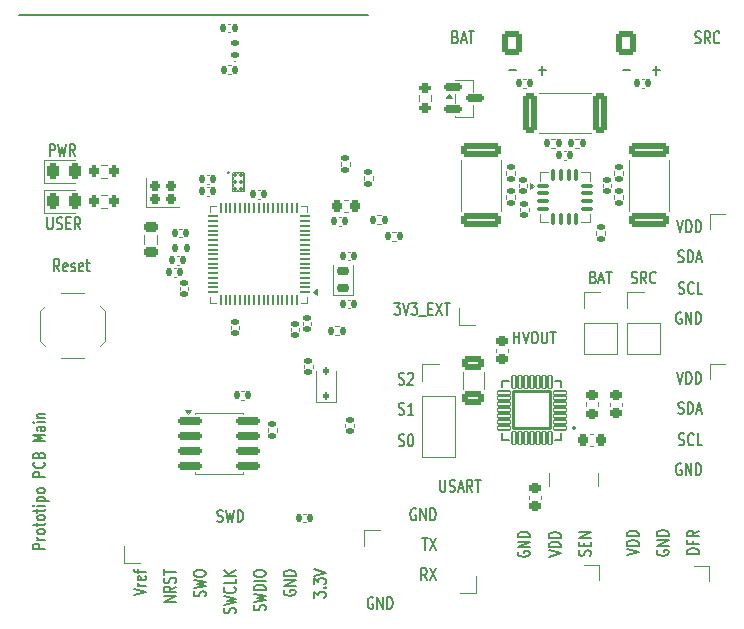
<source format=gto>
G04 #@! TF.GenerationSoftware,KiCad,Pcbnew,9.0.5*
G04 #@! TF.CreationDate,2026-01-07T17:30:32+01:00*
G04 #@! TF.ProjectId,PCB Main,50434220-4d61-4696-9e2e-6b696361645f,rev?*
G04 #@! TF.SameCoordinates,Original*
G04 #@! TF.FileFunction,Legend,Top*
G04 #@! TF.FilePolarity,Positive*
%FSLAX46Y46*%
G04 Gerber Fmt 4.6, Leading zero omitted, Abs format (unit mm)*
G04 Created by KiCad (PCBNEW 9.0.5) date 2026-01-07 17:30:32*
%MOMM*%
%LPD*%
G01*
G04 APERTURE LIST*
G04 Aperture macros list*
%AMRoundRect*
0 Rectangle with rounded corners*
0 $1 Rounding radius*
0 $2 $3 $4 $5 $6 $7 $8 $9 X,Y pos of 4 corners*
0 Add a 4 corners polygon primitive as box body*
4,1,4,$2,$3,$4,$5,$6,$7,$8,$9,$2,$3,0*
0 Add four circle primitives for the rounded corners*
1,1,$1+$1,$2,$3*
1,1,$1+$1,$4,$5*
1,1,$1+$1,$6,$7*
1,1,$1+$1,$8,$9*
0 Add four rect primitives between the rounded corners*
20,1,$1+$1,$2,$3,$4,$5,0*
20,1,$1+$1,$4,$5,$6,$7,0*
20,1,$1+$1,$6,$7,$8,$9,0*
20,1,$1+$1,$8,$9,$2,$3,0*%
%AMFreePoly0*
4,1,11,1.015000,1.170000,0.435000,0.575000,0.435000,-0.575000,1.015000,-1.170000,1.015000,-1.945000,0.125000,-1.945000,-0.435000,-1.395000,-0.435000,1.395000,0.125000,1.945000,1.015000,1.945000,1.015000,1.170000,1.015000,1.170000,$1*%
%AMFreePoly1*
4,1,11,0.435000,1.395000,0.435000,-1.395000,-0.125000,-1.945000,-1.015000,-1.945000,-1.015000,-1.170000,-0.435000,-0.575000,-0.435000,0.575000,-1.015000,1.170000,-1.015000,1.945000,-0.125000,1.945000,0.435000,1.395000,0.435000,1.395000,$1*%
G04 Aperture macros list end*
%ADD10C,0.160000*%
%ADD11C,0.150000*%
%ADD12C,0.120000*%
%ADD13C,0.100000*%
%ADD14C,0.127000*%
%ADD15C,0.152400*%
%ADD16C,0.200000*%
%ADD17RoundRect,0.140000X0.140000X0.170000X-0.140000X0.170000X-0.140000X-0.170000X0.140000X-0.170000X0*%
%ADD18FreePoly0,270.000000*%
%ADD19FreePoly1,270.000000*%
%ADD20RoundRect,0.147500X0.172500X-0.147500X0.172500X0.147500X-0.172500X0.147500X-0.172500X-0.147500X0*%
%ADD21R,1.700000X1.700000*%
%ADD22C,1.700000*%
%ADD23RoundRect,0.140000X0.170000X-0.140000X0.170000X0.140000X-0.170000X0.140000X-0.170000X-0.140000X0*%
%ADD24RoundRect,0.200000X0.200000X0.275000X-0.200000X0.275000X-0.200000X-0.275000X0.200000X-0.275000X0*%
%ADD25RoundRect,0.225000X-0.225000X-0.250000X0.225000X-0.250000X0.225000X0.250000X-0.225000X0.250000X0*%
%ADD26RoundRect,0.218750X0.218750X0.256250X-0.218750X0.256250X-0.218750X-0.256250X0.218750X-0.256250X0*%
%ADD27RoundRect,0.140000X-0.140000X-0.170000X0.140000X-0.170000X0.140000X0.170000X-0.140000X0.170000X0*%
%ADD28RoundRect,0.150000X0.400000X-0.150000X0.400000X0.150000X-0.400000X0.150000X-0.400000X-0.150000X0*%
%ADD29RoundRect,0.135000X-0.135000X-0.185000X0.135000X-0.185000X0.135000X0.185000X-0.135000X0.185000X0*%
%ADD30RoundRect,0.147500X-0.147500X-0.172500X0.147500X-0.172500X0.147500X0.172500X-0.147500X0.172500X0*%
%ADD31RoundRect,0.225000X-0.250000X0.225000X-0.250000X-0.225000X0.250000X-0.225000X0.250000X0.225000X0*%
%ADD32RoundRect,0.135000X0.135000X0.185000X-0.135000X0.185000X-0.135000X-0.185000X0.135000X-0.185000X0*%
%ADD33RoundRect,0.150000X-0.587500X-0.150000X0.587500X-0.150000X0.587500X0.150000X-0.587500X0.150000X0*%
%ADD34RoundRect,0.250000X1.425000X-0.362500X1.425000X0.362500X-1.425000X0.362500X-1.425000X-0.362500X0*%
%ADD35RoundRect,0.135000X0.185000X-0.135000X0.185000X0.135000X-0.185000X0.135000X-0.185000X-0.135000X0*%
%ADD36RoundRect,0.140000X-0.170000X0.140000X-0.170000X-0.140000X0.170000X-0.140000X0.170000X0.140000X0*%
%ADD37RoundRect,0.250000X-0.362500X-1.425000X0.362500X-1.425000X0.362500X1.425000X-0.362500X1.425000X0*%
%ADD38RoundRect,0.250000X-0.600000X-0.750000X0.600000X-0.750000X0.600000X0.750000X-0.600000X0.750000X0*%
%ADD39O,1.700000X2.000000*%
%ADD40C,2.200000*%
%ADD41RoundRect,0.135000X-0.185000X0.135000X-0.185000X-0.135000X0.185000X-0.135000X0.185000X0.135000X0*%
%ADD42RoundRect,0.062500X0.400000X0.062500X-0.400000X0.062500X-0.400000X-0.062500X0.400000X-0.062500X0*%
%ADD43RoundRect,0.062500X0.062500X0.400000X-0.062500X0.400000X-0.062500X-0.400000X0.062500X-0.400000X0*%
%ADD44R,6.400000X6.400000*%
%ADD45RoundRect,0.102000X-0.100000X-0.100000X0.100000X-0.100000X0.100000X0.100000X-0.100000X0.100000X0*%
%ADD46RoundRect,0.059250X0.547750X0.177750X-0.547750X0.177750X-0.547750X-0.177750X0.547750X-0.177750X0*%
%ADD47RoundRect,0.059250X0.177750X0.547750X-0.177750X0.547750X-0.177750X-0.547750X0.177750X-0.547750X0*%
%ADD48RoundRect,0.102000X1.575000X1.575000X-1.575000X1.575000X-1.575000X-1.575000X1.575000X-1.575000X0*%
%ADD49RoundRect,0.250000X-1.425000X0.362500X-1.425000X-0.362500X1.425000X-0.362500X1.425000X0.362500X0*%
%ADD50RoundRect,0.218750X-0.381250X0.218750X-0.381250X-0.218750X0.381250X-0.218750X0.381250X0.218750X0*%
%ADD51RoundRect,0.200000X-0.250000X-0.200000X0.250000X-0.200000X0.250000X0.200000X-0.250000X0.200000X0*%
%ADD52RoundRect,0.150000X-0.825000X-0.150000X0.825000X-0.150000X0.825000X0.150000X-0.825000X0.150000X0*%
%ADD53RoundRect,0.200000X0.275000X-0.200000X0.275000X0.200000X-0.275000X0.200000X-0.275000X-0.200000X0*%
%ADD54RoundRect,0.243750X-0.243750X-0.456250X0.243750X-0.456250X0.243750X0.456250X-0.243750X0.456250X0*%
%ADD55RoundRect,0.112500X0.112500X-0.187500X0.112500X0.187500X-0.112500X0.187500X-0.112500X-0.187500X0*%
%ADD56RoundRect,0.218750X-0.256250X0.218750X-0.256250X-0.218750X0.256250X-0.218750X0.256250X0.218750X0*%
%ADD57R,1.000000X1.700000*%
%ADD58RoundRect,0.087500X-0.425000X-0.087500X0.425000X-0.087500X0.425000X0.087500X-0.425000X0.087500X0*%
%ADD59RoundRect,0.087500X-0.087500X-0.425000X0.087500X-0.425000X0.087500X0.425000X-0.087500X0.425000X0*%
%ADD60R,2.100000X2.100000*%
%ADD61RoundRect,0.250000X0.650000X-0.325000X0.650000X0.325000X-0.650000X0.325000X-0.650000X-0.325000X0*%
%ADD62C,1.446000*%
G04 APERTURE END LIST*
D10*
X66203843Y-31732576D02*
X36612843Y-31732576D01*
D11*
X81496819Y-77549125D02*
X82496819Y-77282458D01*
X82496819Y-77282458D02*
X81496819Y-77015792D01*
X82496819Y-76749125D02*
X81496819Y-76749125D01*
X81496819Y-76749125D02*
X81496819Y-76558649D01*
X81496819Y-76558649D02*
X81544438Y-76444363D01*
X81544438Y-76444363D02*
X81639676Y-76368173D01*
X81639676Y-76368173D02*
X81734914Y-76330078D01*
X81734914Y-76330078D02*
X81925390Y-76291982D01*
X81925390Y-76291982D02*
X82068247Y-76291982D01*
X82068247Y-76291982D02*
X82258723Y-76330078D01*
X82258723Y-76330078D02*
X82353961Y-76368173D01*
X82353961Y-76368173D02*
X82449200Y-76444363D01*
X82449200Y-76444363D02*
X82496819Y-76558649D01*
X82496819Y-76558649D02*
X82496819Y-76749125D01*
X82496819Y-75949125D02*
X81496819Y-75949125D01*
X81496819Y-75949125D02*
X81496819Y-75758649D01*
X81496819Y-75758649D02*
X81544438Y-75644363D01*
X81544438Y-75644363D02*
X81639676Y-75568173D01*
X81639676Y-75568173D02*
X81734914Y-75530078D01*
X81734914Y-75530078D02*
X81925390Y-75491982D01*
X81925390Y-75491982D02*
X82068247Y-75491982D01*
X82068247Y-75491982D02*
X82258723Y-75530078D01*
X82258723Y-75530078D02*
X82353961Y-75568173D01*
X82353961Y-75568173D02*
X82449200Y-75644363D01*
X82449200Y-75644363D02*
X82496819Y-75758649D01*
X82496819Y-75758649D02*
X82496819Y-75949125D01*
X70245587Y-73526014D02*
X70169397Y-73478395D01*
X70169397Y-73478395D02*
X70055111Y-73478395D01*
X70055111Y-73478395D02*
X69940825Y-73526014D01*
X69940825Y-73526014D02*
X69864635Y-73621252D01*
X69864635Y-73621252D02*
X69826540Y-73716490D01*
X69826540Y-73716490D02*
X69788444Y-73906966D01*
X69788444Y-73906966D02*
X69788444Y-74049823D01*
X69788444Y-74049823D02*
X69826540Y-74240299D01*
X69826540Y-74240299D02*
X69864635Y-74335537D01*
X69864635Y-74335537D02*
X69940825Y-74430776D01*
X69940825Y-74430776D02*
X70055111Y-74478395D01*
X70055111Y-74478395D02*
X70131302Y-74478395D01*
X70131302Y-74478395D02*
X70245587Y-74430776D01*
X70245587Y-74430776D02*
X70283683Y-74383156D01*
X70283683Y-74383156D02*
X70283683Y-74049823D01*
X70283683Y-74049823D02*
X70131302Y-74049823D01*
X70626540Y-74478395D02*
X70626540Y-73478395D01*
X70626540Y-73478395D02*
X71083683Y-74478395D01*
X71083683Y-74478395D02*
X71083683Y-73478395D01*
X71464635Y-74478395D02*
X71464635Y-73478395D01*
X71464635Y-73478395D02*
X71655111Y-73478395D01*
X71655111Y-73478395D02*
X71769397Y-73526014D01*
X71769397Y-73526014D02*
X71845587Y-73621252D01*
X71845587Y-73621252D02*
X71883682Y-73716490D01*
X71883682Y-73716490D02*
X71921778Y-73906966D01*
X71921778Y-73906966D02*
X71921778Y-74049823D01*
X71921778Y-74049823D02*
X71883682Y-74240299D01*
X71883682Y-74240299D02*
X71845587Y-74335537D01*
X71845587Y-74335537D02*
X71769397Y-74430776D01*
X71769397Y-74430776D02*
X71655111Y-74478395D01*
X71655111Y-74478395D02*
X71464635Y-74478395D01*
X53434128Y-74557776D02*
X53548414Y-74605395D01*
X53548414Y-74605395D02*
X53738890Y-74605395D01*
X53738890Y-74605395D02*
X53815081Y-74557776D01*
X53815081Y-74557776D02*
X53853176Y-74510156D01*
X53853176Y-74510156D02*
X53891271Y-74414918D01*
X53891271Y-74414918D02*
X53891271Y-74319680D01*
X53891271Y-74319680D02*
X53853176Y-74224442D01*
X53853176Y-74224442D02*
X53815081Y-74176823D01*
X53815081Y-74176823D02*
X53738890Y-74129204D01*
X53738890Y-74129204D02*
X53586509Y-74081585D01*
X53586509Y-74081585D02*
X53510319Y-74033966D01*
X53510319Y-74033966D02*
X53472224Y-73986347D01*
X53472224Y-73986347D02*
X53434128Y-73891109D01*
X53434128Y-73891109D02*
X53434128Y-73795871D01*
X53434128Y-73795871D02*
X53472224Y-73700633D01*
X53472224Y-73700633D02*
X53510319Y-73653014D01*
X53510319Y-73653014D02*
X53586509Y-73605395D01*
X53586509Y-73605395D02*
X53776986Y-73605395D01*
X53776986Y-73605395D02*
X53891271Y-73653014D01*
X54157938Y-73605395D02*
X54348414Y-74605395D01*
X54348414Y-74605395D02*
X54500795Y-73891109D01*
X54500795Y-73891109D02*
X54653176Y-74605395D01*
X54653176Y-74605395D02*
X54843653Y-73605395D01*
X55148415Y-74605395D02*
X55148415Y-73605395D01*
X55148415Y-73605395D02*
X55338891Y-73605395D01*
X55338891Y-73605395D02*
X55453177Y-73653014D01*
X55453177Y-73653014D02*
X55529367Y-73748252D01*
X55529367Y-73748252D02*
X55567462Y-73843490D01*
X55567462Y-73843490D02*
X55605558Y-74033966D01*
X55605558Y-74033966D02*
X55605558Y-74176823D01*
X55605558Y-74176823D02*
X55567462Y-74367299D01*
X55567462Y-74367299D02*
X55529367Y-74462537D01*
X55529367Y-74462537D02*
X55453177Y-74557776D01*
X55453177Y-74557776D02*
X55338891Y-74605395D01*
X55338891Y-74605395D02*
X55148415Y-74605395D01*
X92496015Y-55253776D02*
X92610301Y-55301395D01*
X92610301Y-55301395D02*
X92800777Y-55301395D01*
X92800777Y-55301395D02*
X92876968Y-55253776D01*
X92876968Y-55253776D02*
X92915063Y-55206156D01*
X92915063Y-55206156D02*
X92953158Y-55110918D01*
X92953158Y-55110918D02*
X92953158Y-55015680D01*
X92953158Y-55015680D02*
X92915063Y-54920442D01*
X92915063Y-54920442D02*
X92876968Y-54872823D01*
X92876968Y-54872823D02*
X92800777Y-54825204D01*
X92800777Y-54825204D02*
X92648396Y-54777585D01*
X92648396Y-54777585D02*
X92572206Y-54729966D01*
X92572206Y-54729966D02*
X92534111Y-54682347D01*
X92534111Y-54682347D02*
X92496015Y-54587109D01*
X92496015Y-54587109D02*
X92496015Y-54491871D01*
X92496015Y-54491871D02*
X92534111Y-54396633D01*
X92534111Y-54396633D02*
X92572206Y-54349014D01*
X92572206Y-54349014D02*
X92648396Y-54301395D01*
X92648396Y-54301395D02*
X92838873Y-54301395D01*
X92838873Y-54301395D02*
X92953158Y-54349014D01*
X93753159Y-55206156D02*
X93715063Y-55253776D01*
X93715063Y-55253776D02*
X93600778Y-55301395D01*
X93600778Y-55301395D02*
X93524587Y-55301395D01*
X93524587Y-55301395D02*
X93410301Y-55253776D01*
X93410301Y-55253776D02*
X93334111Y-55158537D01*
X93334111Y-55158537D02*
X93296016Y-55063299D01*
X93296016Y-55063299D02*
X93257920Y-54872823D01*
X93257920Y-54872823D02*
X93257920Y-54729966D01*
X93257920Y-54729966D02*
X93296016Y-54539490D01*
X93296016Y-54539490D02*
X93334111Y-54444252D01*
X93334111Y-54444252D02*
X93410301Y-54349014D01*
X93410301Y-54349014D02*
X93524587Y-54301395D01*
X93524587Y-54301395D02*
X93600778Y-54301395D01*
X93600778Y-54301395D02*
X93715063Y-54349014D01*
X93715063Y-54349014D02*
X93753159Y-54396633D01*
X94476968Y-55301395D02*
X94096016Y-55301395D01*
X94096016Y-55301395D02*
X94096016Y-54301395D01*
X70778920Y-76018395D02*
X71236063Y-76018395D01*
X71007491Y-77018395D02*
X71007491Y-76018395D01*
X71426539Y-76018395D02*
X71959873Y-77018395D01*
X71959873Y-76018395D02*
X71426539Y-77018395D01*
X87743081Y-36378442D02*
X88352605Y-36378442D01*
X92457920Y-52586776D02*
X92572206Y-52634395D01*
X92572206Y-52634395D02*
X92762682Y-52634395D01*
X92762682Y-52634395D02*
X92838873Y-52586776D01*
X92838873Y-52586776D02*
X92876968Y-52539156D01*
X92876968Y-52539156D02*
X92915063Y-52443918D01*
X92915063Y-52443918D02*
X92915063Y-52348680D01*
X92915063Y-52348680D02*
X92876968Y-52253442D01*
X92876968Y-52253442D02*
X92838873Y-52205823D01*
X92838873Y-52205823D02*
X92762682Y-52158204D01*
X92762682Y-52158204D02*
X92610301Y-52110585D01*
X92610301Y-52110585D02*
X92534111Y-52062966D01*
X92534111Y-52062966D02*
X92496016Y-52015347D01*
X92496016Y-52015347D02*
X92457920Y-51920109D01*
X92457920Y-51920109D02*
X92457920Y-51824871D01*
X92457920Y-51824871D02*
X92496016Y-51729633D01*
X92496016Y-51729633D02*
X92534111Y-51682014D01*
X92534111Y-51682014D02*
X92610301Y-51634395D01*
X92610301Y-51634395D02*
X92800778Y-51634395D01*
X92800778Y-51634395D02*
X92915063Y-51682014D01*
X93257921Y-52634395D02*
X93257921Y-51634395D01*
X93257921Y-51634395D02*
X93448397Y-51634395D01*
X93448397Y-51634395D02*
X93562683Y-51682014D01*
X93562683Y-51682014D02*
X93638873Y-51777252D01*
X93638873Y-51777252D02*
X93676968Y-51872490D01*
X93676968Y-51872490D02*
X93715064Y-52062966D01*
X93715064Y-52062966D02*
X93715064Y-52205823D01*
X93715064Y-52205823D02*
X93676968Y-52396299D01*
X93676968Y-52396299D02*
X93638873Y-52491537D01*
X93638873Y-52491537D02*
X93562683Y-52586776D01*
X93562683Y-52586776D02*
X93448397Y-52634395D01*
X93448397Y-52634395D02*
X93257921Y-52634395D01*
X94019825Y-52348680D02*
X94400778Y-52348680D01*
X93943635Y-52634395D02*
X94210302Y-51634395D01*
X94210302Y-51634395D02*
X94476968Y-52634395D01*
X88100819Y-77422125D02*
X89100819Y-77155458D01*
X89100819Y-77155458D02*
X88100819Y-76888792D01*
X89100819Y-76622125D02*
X88100819Y-76622125D01*
X88100819Y-76622125D02*
X88100819Y-76431649D01*
X88100819Y-76431649D02*
X88148438Y-76317363D01*
X88148438Y-76317363D02*
X88243676Y-76241173D01*
X88243676Y-76241173D02*
X88338914Y-76203078D01*
X88338914Y-76203078D02*
X88529390Y-76164982D01*
X88529390Y-76164982D02*
X88672247Y-76164982D01*
X88672247Y-76164982D02*
X88862723Y-76203078D01*
X88862723Y-76203078D02*
X88957961Y-76241173D01*
X88957961Y-76241173D02*
X89053200Y-76317363D01*
X89053200Y-76317363D02*
X89100819Y-76431649D01*
X89100819Y-76431649D02*
X89100819Y-76622125D01*
X89100819Y-75822125D02*
X88100819Y-75822125D01*
X88100819Y-75822125D02*
X88100819Y-75631649D01*
X88100819Y-75631649D02*
X88148438Y-75517363D01*
X88148438Y-75517363D02*
X88243676Y-75441173D01*
X88243676Y-75441173D02*
X88338914Y-75403078D01*
X88338914Y-75403078D02*
X88529390Y-75364982D01*
X88529390Y-75364982D02*
X88672247Y-75364982D01*
X88672247Y-75364982D02*
X88862723Y-75403078D01*
X88862723Y-75403078D02*
X88957961Y-75441173D01*
X88957961Y-75441173D02*
X89053200Y-75517363D01*
X89053200Y-75517363D02*
X89100819Y-75631649D01*
X89100819Y-75631649D02*
X89100819Y-75822125D01*
X39229176Y-43617395D02*
X39229176Y-42617395D01*
X39229176Y-42617395D02*
X39533938Y-42617395D01*
X39533938Y-42617395D02*
X39610128Y-42665014D01*
X39610128Y-42665014D02*
X39648223Y-42712633D01*
X39648223Y-42712633D02*
X39686319Y-42807871D01*
X39686319Y-42807871D02*
X39686319Y-42950728D01*
X39686319Y-42950728D02*
X39648223Y-43045966D01*
X39648223Y-43045966D02*
X39610128Y-43093585D01*
X39610128Y-43093585D02*
X39533938Y-43141204D01*
X39533938Y-43141204D02*
X39229176Y-43141204D01*
X39952985Y-42617395D02*
X40143461Y-43617395D01*
X40143461Y-43617395D02*
X40295842Y-42903109D01*
X40295842Y-42903109D02*
X40448223Y-43617395D01*
X40448223Y-43617395D02*
X40638700Y-42617395D01*
X41400605Y-43617395D02*
X41133938Y-43141204D01*
X40943462Y-43617395D02*
X40943462Y-42617395D01*
X40943462Y-42617395D02*
X41248224Y-42617395D01*
X41248224Y-42617395D02*
X41324414Y-42665014D01*
X41324414Y-42665014D02*
X41362509Y-42712633D01*
X41362509Y-42712633D02*
X41400605Y-42807871D01*
X41400605Y-42807871D02*
X41400605Y-42950728D01*
X41400605Y-42950728D02*
X41362509Y-43045966D01*
X41362509Y-43045966D02*
X41324414Y-43093585D01*
X41324414Y-43093585D02*
X41248224Y-43141204D01*
X41248224Y-43141204D02*
X40943462Y-43141204D01*
X90283081Y-36378442D02*
X90892605Y-36378442D01*
X90587843Y-36759395D02*
X90587843Y-35997490D01*
X61594662Y-81043450D02*
X61594662Y-80548212D01*
X61594662Y-80548212D02*
X61975614Y-80814878D01*
X61975614Y-80814878D02*
X61975614Y-80700593D01*
X61975614Y-80700593D02*
X62023233Y-80624402D01*
X62023233Y-80624402D02*
X62070852Y-80586307D01*
X62070852Y-80586307D02*
X62166090Y-80548212D01*
X62166090Y-80548212D02*
X62404185Y-80548212D01*
X62404185Y-80548212D02*
X62499423Y-80586307D01*
X62499423Y-80586307D02*
X62547043Y-80624402D01*
X62547043Y-80624402D02*
X62594662Y-80700593D01*
X62594662Y-80700593D02*
X62594662Y-80929164D01*
X62594662Y-80929164D02*
X62547043Y-81005355D01*
X62547043Y-81005355D02*
X62499423Y-81043450D01*
X62499423Y-80205354D02*
X62547043Y-80167259D01*
X62547043Y-80167259D02*
X62594662Y-80205354D01*
X62594662Y-80205354D02*
X62547043Y-80243450D01*
X62547043Y-80243450D02*
X62499423Y-80205354D01*
X62499423Y-80205354D02*
X62594662Y-80205354D01*
X61594662Y-79900593D02*
X61594662Y-79405355D01*
X61594662Y-79405355D02*
X61975614Y-79672021D01*
X61975614Y-79672021D02*
X61975614Y-79557736D01*
X61975614Y-79557736D02*
X62023233Y-79481545D01*
X62023233Y-79481545D02*
X62070852Y-79443450D01*
X62070852Y-79443450D02*
X62166090Y-79405355D01*
X62166090Y-79405355D02*
X62404185Y-79405355D01*
X62404185Y-79405355D02*
X62499423Y-79443450D01*
X62499423Y-79443450D02*
X62547043Y-79481545D01*
X62547043Y-79481545D02*
X62594662Y-79557736D01*
X62594662Y-79557736D02*
X62594662Y-79786307D01*
X62594662Y-79786307D02*
X62547043Y-79862498D01*
X62547043Y-79862498D02*
X62499423Y-79900593D01*
X61594662Y-79176783D02*
X62594662Y-78910116D01*
X62594662Y-78910116D02*
X61594662Y-78643450D01*
X68800420Y-68154240D02*
X68914706Y-68201859D01*
X68914706Y-68201859D02*
X69105182Y-68201859D01*
X69105182Y-68201859D02*
X69181373Y-68154240D01*
X69181373Y-68154240D02*
X69219468Y-68106620D01*
X69219468Y-68106620D02*
X69257563Y-68011382D01*
X69257563Y-68011382D02*
X69257563Y-67916144D01*
X69257563Y-67916144D02*
X69219468Y-67820906D01*
X69219468Y-67820906D02*
X69181373Y-67773287D01*
X69181373Y-67773287D02*
X69105182Y-67725668D01*
X69105182Y-67725668D02*
X68952801Y-67678049D01*
X68952801Y-67678049D02*
X68876611Y-67630430D01*
X68876611Y-67630430D02*
X68838516Y-67582811D01*
X68838516Y-67582811D02*
X68800420Y-67487573D01*
X68800420Y-67487573D02*
X68800420Y-67392335D01*
X68800420Y-67392335D02*
X68838516Y-67297097D01*
X68838516Y-67297097D02*
X68876611Y-67249478D01*
X68876611Y-67249478D02*
X68952801Y-67201859D01*
X68952801Y-67201859D02*
X69143278Y-67201859D01*
X69143278Y-67201859D02*
X69257563Y-67249478D01*
X69752802Y-67201859D02*
X69828992Y-67201859D01*
X69828992Y-67201859D02*
X69905183Y-67249478D01*
X69905183Y-67249478D02*
X69943278Y-67297097D01*
X69943278Y-67297097D02*
X69981373Y-67392335D01*
X69981373Y-67392335D02*
X70019468Y-67582811D01*
X70019468Y-67582811D02*
X70019468Y-67820906D01*
X70019468Y-67820906D02*
X69981373Y-68011382D01*
X69981373Y-68011382D02*
X69943278Y-68106620D01*
X69943278Y-68106620D02*
X69905183Y-68154240D01*
X69905183Y-68154240D02*
X69828992Y-68201859D01*
X69828992Y-68201859D02*
X69752802Y-68201859D01*
X69752802Y-68201859D02*
X69676611Y-68154240D01*
X69676611Y-68154240D02*
X69638516Y-68106620D01*
X69638516Y-68106620D02*
X69600421Y-68011382D01*
X69600421Y-68011382D02*
X69562325Y-67820906D01*
X69562325Y-67820906D02*
X69562325Y-67582811D01*
X69562325Y-67582811D02*
X69600421Y-67392335D01*
X69600421Y-67392335D02*
X69638516Y-67297097D01*
X69638516Y-67297097D02*
X69676611Y-67249478D01*
X69676611Y-67249478D02*
X69752802Y-67201859D01*
X80631081Y-36378442D02*
X81240605Y-36378442D01*
X80935843Y-36759395D02*
X80935843Y-35997490D01*
X72293700Y-71065395D02*
X72293700Y-71874918D01*
X72293700Y-71874918D02*
X72331795Y-71970156D01*
X72331795Y-71970156D02*
X72369890Y-72017776D01*
X72369890Y-72017776D02*
X72446081Y-72065395D01*
X72446081Y-72065395D02*
X72598462Y-72065395D01*
X72598462Y-72065395D02*
X72674652Y-72017776D01*
X72674652Y-72017776D02*
X72712747Y-71970156D01*
X72712747Y-71970156D02*
X72750843Y-71874918D01*
X72750843Y-71874918D02*
X72750843Y-71065395D01*
X73093699Y-72017776D02*
X73207985Y-72065395D01*
X73207985Y-72065395D02*
X73398461Y-72065395D01*
X73398461Y-72065395D02*
X73474652Y-72017776D01*
X73474652Y-72017776D02*
X73512747Y-71970156D01*
X73512747Y-71970156D02*
X73550842Y-71874918D01*
X73550842Y-71874918D02*
X73550842Y-71779680D01*
X73550842Y-71779680D02*
X73512747Y-71684442D01*
X73512747Y-71684442D02*
X73474652Y-71636823D01*
X73474652Y-71636823D02*
X73398461Y-71589204D01*
X73398461Y-71589204D02*
X73246080Y-71541585D01*
X73246080Y-71541585D02*
X73169890Y-71493966D01*
X73169890Y-71493966D02*
X73131795Y-71446347D01*
X73131795Y-71446347D02*
X73093699Y-71351109D01*
X73093699Y-71351109D02*
X73093699Y-71255871D01*
X73093699Y-71255871D02*
X73131795Y-71160633D01*
X73131795Y-71160633D02*
X73169890Y-71113014D01*
X73169890Y-71113014D02*
X73246080Y-71065395D01*
X73246080Y-71065395D02*
X73436557Y-71065395D01*
X73436557Y-71065395D02*
X73550842Y-71113014D01*
X73855604Y-71779680D02*
X74236557Y-71779680D01*
X73779414Y-72065395D02*
X74046081Y-71065395D01*
X74046081Y-71065395D02*
X74312747Y-72065395D01*
X75036557Y-72065395D02*
X74769890Y-71589204D01*
X74579414Y-72065395D02*
X74579414Y-71065395D01*
X74579414Y-71065395D02*
X74884176Y-71065395D01*
X74884176Y-71065395D02*
X74960366Y-71113014D01*
X74960366Y-71113014D02*
X74998461Y-71160633D01*
X74998461Y-71160633D02*
X75036557Y-71255871D01*
X75036557Y-71255871D02*
X75036557Y-71398728D01*
X75036557Y-71398728D02*
X74998461Y-71493966D01*
X74998461Y-71493966D02*
X74960366Y-71541585D01*
X74960366Y-71541585D02*
X74884176Y-71589204D01*
X74884176Y-71589204D02*
X74579414Y-71589204D01*
X75265128Y-71065395D02*
X75722271Y-71065395D01*
X75493699Y-72065395D02*
X75493699Y-71065395D01*
X66610319Y-81019014D02*
X66534129Y-80971395D01*
X66534129Y-80971395D02*
X66419843Y-80971395D01*
X66419843Y-80971395D02*
X66305557Y-81019014D01*
X66305557Y-81019014D02*
X66229367Y-81114252D01*
X66229367Y-81114252D02*
X66191272Y-81209490D01*
X66191272Y-81209490D02*
X66153176Y-81399966D01*
X66153176Y-81399966D02*
X66153176Y-81542823D01*
X66153176Y-81542823D02*
X66191272Y-81733299D01*
X66191272Y-81733299D02*
X66229367Y-81828537D01*
X66229367Y-81828537D02*
X66305557Y-81923776D01*
X66305557Y-81923776D02*
X66419843Y-81971395D01*
X66419843Y-81971395D02*
X66496034Y-81971395D01*
X66496034Y-81971395D02*
X66610319Y-81923776D01*
X66610319Y-81923776D02*
X66648415Y-81876156D01*
X66648415Y-81876156D02*
X66648415Y-81542823D01*
X66648415Y-81542823D02*
X66496034Y-81542823D01*
X66991272Y-81971395D02*
X66991272Y-80971395D01*
X66991272Y-80971395D02*
X67448415Y-81971395D01*
X67448415Y-81971395D02*
X67448415Y-80971395D01*
X67829367Y-81971395D02*
X67829367Y-80971395D01*
X67829367Y-80971395D02*
X68019843Y-80971395D01*
X68019843Y-80971395D02*
X68134129Y-81019014D01*
X68134129Y-81019014D02*
X68210319Y-81114252D01*
X68210319Y-81114252D02*
X68248414Y-81209490D01*
X68248414Y-81209490D02*
X68286510Y-81399966D01*
X68286510Y-81399966D02*
X68286510Y-81542823D01*
X68286510Y-81542823D02*
X68248414Y-81733299D01*
X68248414Y-81733299D02*
X68210319Y-81828537D01*
X68210319Y-81828537D02*
X68134129Y-81923776D01*
X68134129Y-81923776D02*
X68019843Y-81971395D01*
X68019843Y-81971395D02*
X67829367Y-81971395D01*
X90688438Y-77015792D02*
X90640819Y-77091982D01*
X90640819Y-77091982D02*
X90640819Y-77206268D01*
X90640819Y-77206268D02*
X90688438Y-77320554D01*
X90688438Y-77320554D02*
X90783676Y-77396744D01*
X90783676Y-77396744D02*
X90878914Y-77434839D01*
X90878914Y-77434839D02*
X91069390Y-77472935D01*
X91069390Y-77472935D02*
X91212247Y-77472935D01*
X91212247Y-77472935D02*
X91402723Y-77434839D01*
X91402723Y-77434839D02*
X91497961Y-77396744D01*
X91497961Y-77396744D02*
X91593200Y-77320554D01*
X91593200Y-77320554D02*
X91640819Y-77206268D01*
X91640819Y-77206268D02*
X91640819Y-77130077D01*
X91640819Y-77130077D02*
X91593200Y-77015792D01*
X91593200Y-77015792D02*
X91545580Y-76977696D01*
X91545580Y-76977696D02*
X91212247Y-76977696D01*
X91212247Y-76977696D02*
X91212247Y-77130077D01*
X91640819Y-76634839D02*
X90640819Y-76634839D01*
X90640819Y-76634839D02*
X91640819Y-76177696D01*
X91640819Y-76177696D02*
X90640819Y-76177696D01*
X91640819Y-75796744D02*
X90640819Y-75796744D01*
X90640819Y-75796744D02*
X90640819Y-75606268D01*
X90640819Y-75606268D02*
X90688438Y-75491982D01*
X90688438Y-75491982D02*
X90783676Y-75415792D01*
X90783676Y-75415792D02*
X90878914Y-75377697D01*
X90878914Y-75377697D02*
X91069390Y-75339601D01*
X91069390Y-75339601D02*
X91212247Y-75339601D01*
X91212247Y-75339601D02*
X91402723Y-75377697D01*
X91402723Y-75377697D02*
X91497961Y-75415792D01*
X91497961Y-75415792D02*
X91593200Y-75491982D01*
X91593200Y-75491982D02*
X91640819Y-75606268D01*
X91640819Y-75606268D02*
X91640819Y-75796744D01*
X40067367Y-53396395D02*
X39800700Y-52920204D01*
X39610224Y-53396395D02*
X39610224Y-52396395D01*
X39610224Y-52396395D02*
X39914986Y-52396395D01*
X39914986Y-52396395D02*
X39991176Y-52444014D01*
X39991176Y-52444014D02*
X40029271Y-52491633D01*
X40029271Y-52491633D02*
X40067367Y-52586871D01*
X40067367Y-52586871D02*
X40067367Y-52729728D01*
X40067367Y-52729728D02*
X40029271Y-52824966D01*
X40029271Y-52824966D02*
X39991176Y-52872585D01*
X39991176Y-52872585D02*
X39914986Y-52920204D01*
X39914986Y-52920204D02*
X39610224Y-52920204D01*
X40714986Y-53348776D02*
X40638795Y-53396395D01*
X40638795Y-53396395D02*
X40486414Y-53396395D01*
X40486414Y-53396395D02*
X40410224Y-53348776D01*
X40410224Y-53348776D02*
X40372128Y-53253537D01*
X40372128Y-53253537D02*
X40372128Y-52872585D01*
X40372128Y-52872585D02*
X40410224Y-52777347D01*
X40410224Y-52777347D02*
X40486414Y-52729728D01*
X40486414Y-52729728D02*
X40638795Y-52729728D01*
X40638795Y-52729728D02*
X40714986Y-52777347D01*
X40714986Y-52777347D02*
X40753081Y-52872585D01*
X40753081Y-52872585D02*
X40753081Y-52967823D01*
X40753081Y-52967823D02*
X40372128Y-53063061D01*
X41057842Y-53348776D02*
X41134033Y-53396395D01*
X41134033Y-53396395D02*
X41286414Y-53396395D01*
X41286414Y-53396395D02*
X41362604Y-53348776D01*
X41362604Y-53348776D02*
X41400700Y-53253537D01*
X41400700Y-53253537D02*
X41400700Y-53205918D01*
X41400700Y-53205918D02*
X41362604Y-53110680D01*
X41362604Y-53110680D02*
X41286414Y-53063061D01*
X41286414Y-53063061D02*
X41172128Y-53063061D01*
X41172128Y-53063061D02*
X41095938Y-53015442D01*
X41095938Y-53015442D02*
X41057842Y-52920204D01*
X41057842Y-52920204D02*
X41057842Y-52872585D01*
X41057842Y-52872585D02*
X41095938Y-52777347D01*
X41095938Y-52777347D02*
X41172128Y-52729728D01*
X41172128Y-52729728D02*
X41286414Y-52729728D01*
X41286414Y-52729728D02*
X41362604Y-52777347D01*
X42048319Y-53348776D02*
X41972128Y-53396395D01*
X41972128Y-53396395D02*
X41819747Y-53396395D01*
X41819747Y-53396395D02*
X41743557Y-53348776D01*
X41743557Y-53348776D02*
X41705461Y-53253537D01*
X41705461Y-53253537D02*
X41705461Y-52872585D01*
X41705461Y-52872585D02*
X41743557Y-52777347D01*
X41743557Y-52777347D02*
X41819747Y-52729728D01*
X41819747Y-52729728D02*
X41972128Y-52729728D01*
X41972128Y-52729728D02*
X42048319Y-52777347D01*
X42048319Y-52777347D02*
X42086414Y-52872585D01*
X42086414Y-52872585D02*
X42086414Y-52967823D01*
X42086414Y-52967823D02*
X41705461Y-53063061D01*
X42314985Y-52729728D02*
X42619747Y-52729728D01*
X42429271Y-52396395D02*
X42429271Y-53253537D01*
X42429271Y-53253537D02*
X42467366Y-53348776D01*
X42467366Y-53348776D02*
X42543556Y-53396395D01*
X42543556Y-53396395D02*
X42619747Y-53396395D01*
X84989200Y-77472935D02*
X85036819Y-77358649D01*
X85036819Y-77358649D02*
X85036819Y-77168173D01*
X85036819Y-77168173D02*
X84989200Y-77091982D01*
X84989200Y-77091982D02*
X84941580Y-77053887D01*
X84941580Y-77053887D02*
X84846342Y-77015792D01*
X84846342Y-77015792D02*
X84751104Y-77015792D01*
X84751104Y-77015792D02*
X84655866Y-77053887D01*
X84655866Y-77053887D02*
X84608247Y-77091982D01*
X84608247Y-77091982D02*
X84560628Y-77168173D01*
X84560628Y-77168173D02*
X84513009Y-77320554D01*
X84513009Y-77320554D02*
X84465390Y-77396744D01*
X84465390Y-77396744D02*
X84417771Y-77434839D01*
X84417771Y-77434839D02*
X84322533Y-77472935D01*
X84322533Y-77472935D02*
X84227295Y-77472935D01*
X84227295Y-77472935D02*
X84132057Y-77434839D01*
X84132057Y-77434839D02*
X84084438Y-77396744D01*
X84084438Y-77396744D02*
X84036819Y-77320554D01*
X84036819Y-77320554D02*
X84036819Y-77130077D01*
X84036819Y-77130077D02*
X84084438Y-77015792D01*
X84513009Y-76672934D02*
X84513009Y-76406268D01*
X85036819Y-76291982D02*
X85036819Y-76672934D01*
X85036819Y-76672934D02*
X84036819Y-76672934D01*
X84036819Y-76672934D02*
X84036819Y-76291982D01*
X85036819Y-75949124D02*
X84036819Y-75949124D01*
X84036819Y-75949124D02*
X85036819Y-75491981D01*
X85036819Y-75491981D02*
X84036819Y-75491981D01*
X78091081Y-36378442D02*
X78700605Y-36378442D01*
X59102281Y-80395831D02*
X59054662Y-80472021D01*
X59054662Y-80472021D02*
X59054662Y-80586307D01*
X59054662Y-80586307D02*
X59102281Y-80700593D01*
X59102281Y-80700593D02*
X59197519Y-80776783D01*
X59197519Y-80776783D02*
X59292757Y-80814878D01*
X59292757Y-80814878D02*
X59483233Y-80852974D01*
X59483233Y-80852974D02*
X59626090Y-80852974D01*
X59626090Y-80852974D02*
X59816566Y-80814878D01*
X59816566Y-80814878D02*
X59911804Y-80776783D01*
X59911804Y-80776783D02*
X60007043Y-80700593D01*
X60007043Y-80700593D02*
X60054662Y-80586307D01*
X60054662Y-80586307D02*
X60054662Y-80510116D01*
X60054662Y-80510116D02*
X60007043Y-80395831D01*
X60007043Y-80395831D02*
X59959423Y-80357735D01*
X59959423Y-80357735D02*
X59626090Y-80357735D01*
X59626090Y-80357735D02*
X59626090Y-80510116D01*
X60054662Y-80014878D02*
X59054662Y-80014878D01*
X59054662Y-80014878D02*
X60054662Y-79557735D01*
X60054662Y-79557735D02*
X59054662Y-79557735D01*
X60054662Y-79176783D02*
X59054662Y-79176783D01*
X59054662Y-79176783D02*
X59054662Y-78986307D01*
X59054662Y-78986307D02*
X59102281Y-78872021D01*
X59102281Y-78872021D02*
X59197519Y-78795831D01*
X59197519Y-78795831D02*
X59292757Y-78757736D01*
X59292757Y-78757736D02*
X59483233Y-78719640D01*
X59483233Y-78719640D02*
X59626090Y-78719640D01*
X59626090Y-78719640D02*
X59816566Y-78757736D01*
X59816566Y-78757736D02*
X59911804Y-78795831D01*
X59911804Y-78795831D02*
X60007043Y-78872021D01*
X60007043Y-78872021D02*
X60054662Y-78986307D01*
X60054662Y-78986307D02*
X60054662Y-79176783D01*
X54927043Y-82338689D02*
X54974662Y-82224403D01*
X54974662Y-82224403D02*
X54974662Y-82033927D01*
X54974662Y-82033927D02*
X54927043Y-81957736D01*
X54927043Y-81957736D02*
X54879423Y-81919641D01*
X54879423Y-81919641D02*
X54784185Y-81881546D01*
X54784185Y-81881546D02*
X54688947Y-81881546D01*
X54688947Y-81881546D02*
X54593709Y-81919641D01*
X54593709Y-81919641D02*
X54546090Y-81957736D01*
X54546090Y-81957736D02*
X54498471Y-82033927D01*
X54498471Y-82033927D02*
X54450852Y-82186308D01*
X54450852Y-82186308D02*
X54403233Y-82262498D01*
X54403233Y-82262498D02*
X54355614Y-82300593D01*
X54355614Y-82300593D02*
X54260376Y-82338689D01*
X54260376Y-82338689D02*
X54165138Y-82338689D01*
X54165138Y-82338689D02*
X54069900Y-82300593D01*
X54069900Y-82300593D02*
X54022281Y-82262498D01*
X54022281Y-82262498D02*
X53974662Y-82186308D01*
X53974662Y-82186308D02*
X53974662Y-81995831D01*
X53974662Y-81995831D02*
X54022281Y-81881546D01*
X53974662Y-81614879D02*
X54974662Y-81424403D01*
X54974662Y-81424403D02*
X54260376Y-81272022D01*
X54260376Y-81272022D02*
X54974662Y-81119641D01*
X54974662Y-81119641D02*
X53974662Y-80929165D01*
X54879423Y-80167259D02*
X54927043Y-80205355D01*
X54927043Y-80205355D02*
X54974662Y-80319640D01*
X54974662Y-80319640D02*
X54974662Y-80395831D01*
X54974662Y-80395831D02*
X54927043Y-80510117D01*
X54927043Y-80510117D02*
X54831804Y-80586307D01*
X54831804Y-80586307D02*
X54736566Y-80624402D01*
X54736566Y-80624402D02*
X54546090Y-80662498D01*
X54546090Y-80662498D02*
X54403233Y-80662498D01*
X54403233Y-80662498D02*
X54212757Y-80624402D01*
X54212757Y-80624402D02*
X54117519Y-80586307D01*
X54117519Y-80586307D02*
X54022281Y-80510117D01*
X54022281Y-80510117D02*
X53974662Y-80395831D01*
X53974662Y-80395831D02*
X53974662Y-80319640D01*
X53974662Y-80319640D02*
X54022281Y-80205355D01*
X54022281Y-80205355D02*
X54069900Y-80167259D01*
X54974662Y-79443450D02*
X54974662Y-79824402D01*
X54974662Y-79824402D02*
X53974662Y-79824402D01*
X54974662Y-79176783D02*
X53974662Y-79176783D01*
X54974662Y-78719640D02*
X54403233Y-79062498D01*
X53974662Y-78719640D02*
X54546090Y-79176783D01*
X68800420Y-62947240D02*
X68914706Y-62994859D01*
X68914706Y-62994859D02*
X69105182Y-62994859D01*
X69105182Y-62994859D02*
X69181373Y-62947240D01*
X69181373Y-62947240D02*
X69219468Y-62899620D01*
X69219468Y-62899620D02*
X69257563Y-62804382D01*
X69257563Y-62804382D02*
X69257563Y-62709144D01*
X69257563Y-62709144D02*
X69219468Y-62613906D01*
X69219468Y-62613906D02*
X69181373Y-62566287D01*
X69181373Y-62566287D02*
X69105182Y-62518668D01*
X69105182Y-62518668D02*
X68952801Y-62471049D01*
X68952801Y-62471049D02*
X68876611Y-62423430D01*
X68876611Y-62423430D02*
X68838516Y-62375811D01*
X68838516Y-62375811D02*
X68800420Y-62280573D01*
X68800420Y-62280573D02*
X68800420Y-62185335D01*
X68800420Y-62185335D02*
X68838516Y-62090097D01*
X68838516Y-62090097D02*
X68876611Y-62042478D01*
X68876611Y-62042478D02*
X68952801Y-61994859D01*
X68952801Y-61994859D02*
X69143278Y-61994859D01*
X69143278Y-61994859D02*
X69257563Y-62042478D01*
X69562325Y-62090097D02*
X69600421Y-62042478D01*
X69600421Y-62042478D02*
X69676611Y-61994859D01*
X69676611Y-61994859D02*
X69867087Y-61994859D01*
X69867087Y-61994859D02*
X69943278Y-62042478D01*
X69943278Y-62042478D02*
X69981373Y-62090097D01*
X69981373Y-62090097D02*
X70019468Y-62185335D01*
X70019468Y-62185335D02*
X70019468Y-62280573D01*
X70019468Y-62280573D02*
X69981373Y-62423430D01*
X69981373Y-62423430D02*
X69524230Y-62994859D01*
X69524230Y-62994859D02*
X70019468Y-62994859D01*
X92724587Y-69716014D02*
X92648397Y-69668395D01*
X92648397Y-69668395D02*
X92534111Y-69668395D01*
X92534111Y-69668395D02*
X92419825Y-69716014D01*
X92419825Y-69716014D02*
X92343635Y-69811252D01*
X92343635Y-69811252D02*
X92305540Y-69906490D01*
X92305540Y-69906490D02*
X92267444Y-70096966D01*
X92267444Y-70096966D02*
X92267444Y-70239823D01*
X92267444Y-70239823D02*
X92305540Y-70430299D01*
X92305540Y-70430299D02*
X92343635Y-70525537D01*
X92343635Y-70525537D02*
X92419825Y-70620776D01*
X92419825Y-70620776D02*
X92534111Y-70668395D01*
X92534111Y-70668395D02*
X92610302Y-70668395D01*
X92610302Y-70668395D02*
X92724587Y-70620776D01*
X92724587Y-70620776D02*
X92762683Y-70573156D01*
X92762683Y-70573156D02*
X92762683Y-70239823D01*
X92762683Y-70239823D02*
X92610302Y-70239823D01*
X93105540Y-70668395D02*
X93105540Y-69668395D01*
X93105540Y-69668395D02*
X93562683Y-70668395D01*
X93562683Y-70668395D02*
X93562683Y-69668395D01*
X93943635Y-70668395D02*
X93943635Y-69668395D01*
X93943635Y-69668395D02*
X94134111Y-69668395D01*
X94134111Y-69668395D02*
X94248397Y-69716014D01*
X94248397Y-69716014D02*
X94324587Y-69811252D01*
X94324587Y-69811252D02*
X94362682Y-69906490D01*
X94362682Y-69906490D02*
X94400778Y-70096966D01*
X94400778Y-70096966D02*
X94400778Y-70239823D01*
X94400778Y-70239823D02*
X94362682Y-70430299D01*
X94362682Y-70430299D02*
X94324587Y-70525537D01*
X94324587Y-70525537D02*
X94248397Y-70620776D01*
X94248397Y-70620776D02*
X94134111Y-70668395D01*
X94134111Y-70668395D02*
X93943635Y-70668395D01*
X49894662Y-81386307D02*
X48894662Y-81386307D01*
X48894662Y-81386307D02*
X49894662Y-80929164D01*
X49894662Y-80929164D02*
X48894662Y-80929164D01*
X49894662Y-80091069D02*
X49418471Y-80357736D01*
X49894662Y-80548212D02*
X48894662Y-80548212D01*
X48894662Y-80548212D02*
X48894662Y-80243450D01*
X48894662Y-80243450D02*
X48942281Y-80167260D01*
X48942281Y-80167260D02*
X48989900Y-80129165D01*
X48989900Y-80129165D02*
X49085138Y-80091069D01*
X49085138Y-80091069D02*
X49227995Y-80091069D01*
X49227995Y-80091069D02*
X49323233Y-80129165D01*
X49323233Y-80129165D02*
X49370852Y-80167260D01*
X49370852Y-80167260D02*
X49418471Y-80243450D01*
X49418471Y-80243450D02*
X49418471Y-80548212D01*
X49847043Y-79786308D02*
X49894662Y-79672022D01*
X49894662Y-79672022D02*
X49894662Y-79481546D01*
X49894662Y-79481546D02*
X49847043Y-79405355D01*
X49847043Y-79405355D02*
X49799423Y-79367260D01*
X49799423Y-79367260D02*
X49704185Y-79329165D01*
X49704185Y-79329165D02*
X49608947Y-79329165D01*
X49608947Y-79329165D02*
X49513709Y-79367260D01*
X49513709Y-79367260D02*
X49466090Y-79405355D01*
X49466090Y-79405355D02*
X49418471Y-79481546D01*
X49418471Y-79481546D02*
X49370852Y-79633927D01*
X49370852Y-79633927D02*
X49323233Y-79710117D01*
X49323233Y-79710117D02*
X49275614Y-79748212D01*
X49275614Y-79748212D02*
X49180376Y-79786308D01*
X49180376Y-79786308D02*
X49085138Y-79786308D01*
X49085138Y-79786308D02*
X48989900Y-79748212D01*
X48989900Y-79748212D02*
X48942281Y-79710117D01*
X48942281Y-79710117D02*
X48894662Y-79633927D01*
X48894662Y-79633927D02*
X48894662Y-79443450D01*
X48894662Y-79443450D02*
X48942281Y-79329165D01*
X48894662Y-79100593D02*
X48894662Y-78643450D01*
X49894662Y-78872022D02*
X48894662Y-78872022D01*
X92343635Y-49094395D02*
X92610302Y-50094395D01*
X92610302Y-50094395D02*
X92876968Y-49094395D01*
X93143635Y-50094395D02*
X93143635Y-49094395D01*
X93143635Y-49094395D02*
X93334111Y-49094395D01*
X93334111Y-49094395D02*
X93448397Y-49142014D01*
X93448397Y-49142014D02*
X93524587Y-49237252D01*
X93524587Y-49237252D02*
X93562682Y-49332490D01*
X93562682Y-49332490D02*
X93600778Y-49522966D01*
X93600778Y-49522966D02*
X93600778Y-49665823D01*
X93600778Y-49665823D02*
X93562682Y-49856299D01*
X93562682Y-49856299D02*
X93524587Y-49951537D01*
X93524587Y-49951537D02*
X93448397Y-50046776D01*
X93448397Y-50046776D02*
X93334111Y-50094395D01*
X93334111Y-50094395D02*
X93143635Y-50094395D01*
X93943635Y-50094395D02*
X93943635Y-49094395D01*
X93943635Y-49094395D02*
X94134111Y-49094395D01*
X94134111Y-49094395D02*
X94248397Y-49142014D01*
X94248397Y-49142014D02*
X94324587Y-49237252D01*
X94324587Y-49237252D02*
X94362682Y-49332490D01*
X94362682Y-49332490D02*
X94400778Y-49522966D01*
X94400778Y-49522966D02*
X94400778Y-49665823D01*
X94400778Y-49665823D02*
X94362682Y-49856299D01*
X94362682Y-49856299D02*
X94324587Y-49951537D01*
X94324587Y-49951537D02*
X94248397Y-50046776D01*
X94248397Y-50046776D02*
X94134111Y-50094395D01*
X94134111Y-50094395D02*
X93943635Y-50094395D01*
X78914281Y-77125368D02*
X78866662Y-77201558D01*
X78866662Y-77201558D02*
X78866662Y-77315844D01*
X78866662Y-77315844D02*
X78914281Y-77430130D01*
X78914281Y-77430130D02*
X79009519Y-77506320D01*
X79009519Y-77506320D02*
X79104757Y-77544415D01*
X79104757Y-77544415D02*
X79295233Y-77582511D01*
X79295233Y-77582511D02*
X79438090Y-77582511D01*
X79438090Y-77582511D02*
X79628566Y-77544415D01*
X79628566Y-77544415D02*
X79723804Y-77506320D01*
X79723804Y-77506320D02*
X79819043Y-77430130D01*
X79819043Y-77430130D02*
X79866662Y-77315844D01*
X79866662Y-77315844D02*
X79866662Y-77239653D01*
X79866662Y-77239653D02*
X79819043Y-77125368D01*
X79819043Y-77125368D02*
X79771423Y-77087272D01*
X79771423Y-77087272D02*
X79438090Y-77087272D01*
X79438090Y-77087272D02*
X79438090Y-77239653D01*
X79866662Y-76744415D02*
X78866662Y-76744415D01*
X78866662Y-76744415D02*
X79866662Y-76287272D01*
X79866662Y-76287272D02*
X78866662Y-76287272D01*
X79866662Y-75906320D02*
X78866662Y-75906320D01*
X78866662Y-75906320D02*
X78866662Y-75715844D01*
X78866662Y-75715844D02*
X78914281Y-75601558D01*
X78914281Y-75601558D02*
X79009519Y-75525368D01*
X79009519Y-75525368D02*
X79104757Y-75487273D01*
X79104757Y-75487273D02*
X79295233Y-75449177D01*
X79295233Y-75449177D02*
X79438090Y-75449177D01*
X79438090Y-75449177D02*
X79628566Y-75487273D01*
X79628566Y-75487273D02*
X79723804Y-75525368D01*
X79723804Y-75525368D02*
X79819043Y-75601558D01*
X79819043Y-75601558D02*
X79866662Y-75715844D01*
X79866662Y-75715844D02*
X79866662Y-75906320D01*
X92457920Y-65413776D02*
X92572206Y-65461395D01*
X92572206Y-65461395D02*
X92762682Y-65461395D01*
X92762682Y-65461395D02*
X92838873Y-65413776D01*
X92838873Y-65413776D02*
X92876968Y-65366156D01*
X92876968Y-65366156D02*
X92915063Y-65270918D01*
X92915063Y-65270918D02*
X92915063Y-65175680D01*
X92915063Y-65175680D02*
X92876968Y-65080442D01*
X92876968Y-65080442D02*
X92838873Y-65032823D01*
X92838873Y-65032823D02*
X92762682Y-64985204D01*
X92762682Y-64985204D02*
X92610301Y-64937585D01*
X92610301Y-64937585D02*
X92534111Y-64889966D01*
X92534111Y-64889966D02*
X92496016Y-64842347D01*
X92496016Y-64842347D02*
X92457920Y-64747109D01*
X92457920Y-64747109D02*
X92457920Y-64651871D01*
X92457920Y-64651871D02*
X92496016Y-64556633D01*
X92496016Y-64556633D02*
X92534111Y-64509014D01*
X92534111Y-64509014D02*
X92610301Y-64461395D01*
X92610301Y-64461395D02*
X92800778Y-64461395D01*
X92800778Y-64461395D02*
X92915063Y-64509014D01*
X93257921Y-65461395D02*
X93257921Y-64461395D01*
X93257921Y-64461395D02*
X93448397Y-64461395D01*
X93448397Y-64461395D02*
X93562683Y-64509014D01*
X93562683Y-64509014D02*
X93638873Y-64604252D01*
X93638873Y-64604252D02*
X93676968Y-64699490D01*
X93676968Y-64699490D02*
X93715064Y-64889966D01*
X93715064Y-64889966D02*
X93715064Y-65032823D01*
X93715064Y-65032823D02*
X93676968Y-65223299D01*
X93676968Y-65223299D02*
X93638873Y-65318537D01*
X93638873Y-65318537D02*
X93562683Y-65413776D01*
X93562683Y-65413776D02*
X93448397Y-65461395D01*
X93448397Y-65461395D02*
X93257921Y-65461395D01*
X94019825Y-65175680D02*
X94400778Y-65175680D01*
X93943635Y-65461395D02*
X94210302Y-64461395D01*
X94210302Y-64461395D02*
X94476968Y-65461395D01*
X93886907Y-34044776D02*
X94001193Y-34092395D01*
X94001193Y-34092395D02*
X94191669Y-34092395D01*
X94191669Y-34092395D02*
X94267860Y-34044776D01*
X94267860Y-34044776D02*
X94305955Y-33997156D01*
X94305955Y-33997156D02*
X94344050Y-33901918D01*
X94344050Y-33901918D02*
X94344050Y-33806680D01*
X94344050Y-33806680D02*
X94305955Y-33711442D01*
X94305955Y-33711442D02*
X94267860Y-33663823D01*
X94267860Y-33663823D02*
X94191669Y-33616204D01*
X94191669Y-33616204D02*
X94039288Y-33568585D01*
X94039288Y-33568585D02*
X93963098Y-33520966D01*
X93963098Y-33520966D02*
X93925003Y-33473347D01*
X93925003Y-33473347D02*
X93886907Y-33378109D01*
X93886907Y-33378109D02*
X93886907Y-33282871D01*
X93886907Y-33282871D02*
X93925003Y-33187633D01*
X93925003Y-33187633D02*
X93963098Y-33140014D01*
X93963098Y-33140014D02*
X94039288Y-33092395D01*
X94039288Y-33092395D02*
X94229765Y-33092395D01*
X94229765Y-33092395D02*
X94344050Y-33140014D01*
X95144051Y-34092395D02*
X94877384Y-33616204D01*
X94686908Y-34092395D02*
X94686908Y-33092395D01*
X94686908Y-33092395D02*
X94991670Y-33092395D01*
X94991670Y-33092395D02*
X95067860Y-33140014D01*
X95067860Y-33140014D02*
X95105955Y-33187633D01*
X95105955Y-33187633D02*
X95144051Y-33282871D01*
X95144051Y-33282871D02*
X95144051Y-33425728D01*
X95144051Y-33425728D02*
X95105955Y-33520966D01*
X95105955Y-33520966D02*
X95067860Y-33568585D01*
X95067860Y-33568585D02*
X94991670Y-33616204D01*
X94991670Y-33616204D02*
X94686908Y-33616204D01*
X95944051Y-33997156D02*
X95905955Y-34044776D01*
X95905955Y-34044776D02*
X95791670Y-34092395D01*
X95791670Y-34092395D02*
X95715479Y-34092395D01*
X95715479Y-34092395D02*
X95601193Y-34044776D01*
X95601193Y-34044776D02*
X95525003Y-33949537D01*
X95525003Y-33949537D02*
X95486908Y-33854299D01*
X95486908Y-33854299D02*
X95448812Y-33663823D01*
X95448812Y-33663823D02*
X95448812Y-33520966D01*
X95448812Y-33520966D02*
X95486908Y-33330490D01*
X95486908Y-33330490D02*
X95525003Y-33235252D01*
X95525003Y-33235252D02*
X95601193Y-33140014D01*
X95601193Y-33140014D02*
X95715479Y-33092395D01*
X95715479Y-33092395D02*
X95791670Y-33092395D01*
X95791670Y-33092395D02*
X95905955Y-33140014D01*
X95905955Y-33140014D02*
X95944051Y-33187633D01*
X71159873Y-79558395D02*
X70893206Y-79082204D01*
X70702730Y-79558395D02*
X70702730Y-78558395D01*
X70702730Y-78558395D02*
X71007492Y-78558395D01*
X71007492Y-78558395D02*
X71083682Y-78606014D01*
X71083682Y-78606014D02*
X71121777Y-78653633D01*
X71121777Y-78653633D02*
X71159873Y-78748871D01*
X71159873Y-78748871D02*
X71159873Y-78891728D01*
X71159873Y-78891728D02*
X71121777Y-78986966D01*
X71121777Y-78986966D02*
X71083682Y-79034585D01*
X71083682Y-79034585D02*
X71007492Y-79082204D01*
X71007492Y-79082204D02*
X70702730Y-79082204D01*
X71426539Y-78558395D02*
X71959873Y-79558395D01*
X71959873Y-78558395D02*
X71426539Y-79558395D01*
X78549715Y-59509819D02*
X78549715Y-58509819D01*
X78549715Y-58986009D02*
X79006858Y-58986009D01*
X79006858Y-59509819D02*
X79006858Y-58509819D01*
X79273524Y-58509819D02*
X79540191Y-59509819D01*
X79540191Y-59509819D02*
X79806857Y-58509819D01*
X80225905Y-58509819D02*
X80378286Y-58509819D01*
X80378286Y-58509819D02*
X80454476Y-58557438D01*
X80454476Y-58557438D02*
X80530667Y-58652676D01*
X80530667Y-58652676D02*
X80568762Y-58843152D01*
X80568762Y-58843152D02*
X80568762Y-59176485D01*
X80568762Y-59176485D02*
X80530667Y-59366961D01*
X80530667Y-59366961D02*
X80454476Y-59462200D01*
X80454476Y-59462200D02*
X80378286Y-59509819D01*
X80378286Y-59509819D02*
X80225905Y-59509819D01*
X80225905Y-59509819D02*
X80149714Y-59462200D01*
X80149714Y-59462200D02*
X80073524Y-59366961D01*
X80073524Y-59366961D02*
X80035428Y-59176485D01*
X80035428Y-59176485D02*
X80035428Y-58843152D01*
X80035428Y-58843152D02*
X80073524Y-58652676D01*
X80073524Y-58652676D02*
X80149714Y-58557438D01*
X80149714Y-58557438D02*
X80225905Y-58509819D01*
X80911619Y-58509819D02*
X80911619Y-59319342D01*
X80911619Y-59319342D02*
X80949714Y-59414580D01*
X80949714Y-59414580D02*
X80987809Y-59462200D01*
X80987809Y-59462200D02*
X81064000Y-59509819D01*
X81064000Y-59509819D02*
X81216381Y-59509819D01*
X81216381Y-59509819D02*
X81292571Y-59462200D01*
X81292571Y-59462200D02*
X81330666Y-59414580D01*
X81330666Y-59414580D02*
X81368762Y-59319342D01*
X81368762Y-59319342D02*
X81368762Y-58509819D01*
X81635428Y-58509819D02*
X82092571Y-58509819D01*
X81863999Y-59509819D02*
X81863999Y-58509819D01*
X52387043Y-80929165D02*
X52434662Y-80814879D01*
X52434662Y-80814879D02*
X52434662Y-80624403D01*
X52434662Y-80624403D02*
X52387043Y-80548212D01*
X52387043Y-80548212D02*
X52339423Y-80510117D01*
X52339423Y-80510117D02*
X52244185Y-80472022D01*
X52244185Y-80472022D02*
X52148947Y-80472022D01*
X52148947Y-80472022D02*
X52053709Y-80510117D01*
X52053709Y-80510117D02*
X52006090Y-80548212D01*
X52006090Y-80548212D02*
X51958471Y-80624403D01*
X51958471Y-80624403D02*
X51910852Y-80776784D01*
X51910852Y-80776784D02*
X51863233Y-80852974D01*
X51863233Y-80852974D02*
X51815614Y-80891069D01*
X51815614Y-80891069D02*
X51720376Y-80929165D01*
X51720376Y-80929165D02*
X51625138Y-80929165D01*
X51625138Y-80929165D02*
X51529900Y-80891069D01*
X51529900Y-80891069D02*
X51482281Y-80852974D01*
X51482281Y-80852974D02*
X51434662Y-80776784D01*
X51434662Y-80776784D02*
X51434662Y-80586307D01*
X51434662Y-80586307D02*
X51482281Y-80472022D01*
X51434662Y-80205355D02*
X52434662Y-80014879D01*
X52434662Y-80014879D02*
X51720376Y-79862498D01*
X51720376Y-79862498D02*
X52434662Y-79710117D01*
X52434662Y-79710117D02*
X51434662Y-79519641D01*
X51434662Y-79062497D02*
X51434662Y-78910116D01*
X51434662Y-78910116D02*
X51482281Y-78833926D01*
X51482281Y-78833926D02*
X51577519Y-78757735D01*
X51577519Y-78757735D02*
X51767995Y-78719640D01*
X51767995Y-78719640D02*
X52101328Y-78719640D01*
X52101328Y-78719640D02*
X52291804Y-78757735D01*
X52291804Y-78757735D02*
X52387043Y-78833926D01*
X52387043Y-78833926D02*
X52434662Y-78910116D01*
X52434662Y-78910116D02*
X52434662Y-79062497D01*
X52434662Y-79062497D02*
X52387043Y-79138688D01*
X52387043Y-79138688D02*
X52291804Y-79214878D01*
X52291804Y-79214878D02*
X52101328Y-79252974D01*
X52101328Y-79252974D02*
X51767995Y-79252974D01*
X51767995Y-79252974D02*
X51577519Y-79214878D01*
X51577519Y-79214878D02*
X51482281Y-79138688D01*
X51482281Y-79138688D02*
X51434662Y-79062497D01*
X68800420Y-65487240D02*
X68914706Y-65534859D01*
X68914706Y-65534859D02*
X69105182Y-65534859D01*
X69105182Y-65534859D02*
X69181373Y-65487240D01*
X69181373Y-65487240D02*
X69219468Y-65439620D01*
X69219468Y-65439620D02*
X69257563Y-65344382D01*
X69257563Y-65344382D02*
X69257563Y-65249144D01*
X69257563Y-65249144D02*
X69219468Y-65153906D01*
X69219468Y-65153906D02*
X69181373Y-65106287D01*
X69181373Y-65106287D02*
X69105182Y-65058668D01*
X69105182Y-65058668D02*
X68952801Y-65011049D01*
X68952801Y-65011049D02*
X68876611Y-64963430D01*
X68876611Y-64963430D02*
X68838516Y-64915811D01*
X68838516Y-64915811D02*
X68800420Y-64820573D01*
X68800420Y-64820573D02*
X68800420Y-64725335D01*
X68800420Y-64725335D02*
X68838516Y-64630097D01*
X68838516Y-64630097D02*
X68876611Y-64582478D01*
X68876611Y-64582478D02*
X68952801Y-64534859D01*
X68952801Y-64534859D02*
X69143278Y-64534859D01*
X69143278Y-64534859D02*
X69257563Y-64582478D01*
X70019468Y-65534859D02*
X69562325Y-65534859D01*
X69790897Y-65534859D02*
X69790897Y-64534859D01*
X69790897Y-64534859D02*
X69714706Y-64677716D01*
X69714706Y-64677716D02*
X69638516Y-64772954D01*
X69638516Y-64772954D02*
X69562325Y-64820573D01*
X57467043Y-82110117D02*
X57514662Y-81995831D01*
X57514662Y-81995831D02*
X57514662Y-81805355D01*
X57514662Y-81805355D02*
X57467043Y-81729164D01*
X57467043Y-81729164D02*
X57419423Y-81691069D01*
X57419423Y-81691069D02*
X57324185Y-81652974D01*
X57324185Y-81652974D02*
X57228947Y-81652974D01*
X57228947Y-81652974D02*
X57133709Y-81691069D01*
X57133709Y-81691069D02*
X57086090Y-81729164D01*
X57086090Y-81729164D02*
X57038471Y-81805355D01*
X57038471Y-81805355D02*
X56990852Y-81957736D01*
X56990852Y-81957736D02*
X56943233Y-82033926D01*
X56943233Y-82033926D02*
X56895614Y-82072021D01*
X56895614Y-82072021D02*
X56800376Y-82110117D01*
X56800376Y-82110117D02*
X56705138Y-82110117D01*
X56705138Y-82110117D02*
X56609900Y-82072021D01*
X56609900Y-82072021D02*
X56562281Y-82033926D01*
X56562281Y-82033926D02*
X56514662Y-81957736D01*
X56514662Y-81957736D02*
X56514662Y-81767259D01*
X56514662Y-81767259D02*
X56562281Y-81652974D01*
X56514662Y-81386307D02*
X57514662Y-81195831D01*
X57514662Y-81195831D02*
X56800376Y-81043450D01*
X56800376Y-81043450D02*
X57514662Y-80891069D01*
X57514662Y-80891069D02*
X56514662Y-80700593D01*
X57514662Y-80395830D02*
X56514662Y-80395830D01*
X56514662Y-80395830D02*
X56514662Y-80205354D01*
X56514662Y-80205354D02*
X56562281Y-80091068D01*
X56562281Y-80091068D02*
X56657519Y-80014878D01*
X56657519Y-80014878D02*
X56752757Y-79976783D01*
X56752757Y-79976783D02*
X56943233Y-79938687D01*
X56943233Y-79938687D02*
X57086090Y-79938687D01*
X57086090Y-79938687D02*
X57276566Y-79976783D01*
X57276566Y-79976783D02*
X57371804Y-80014878D01*
X57371804Y-80014878D02*
X57467043Y-80091068D01*
X57467043Y-80091068D02*
X57514662Y-80205354D01*
X57514662Y-80205354D02*
X57514662Y-80395830D01*
X57514662Y-79595830D02*
X56514662Y-79595830D01*
X56514662Y-79062497D02*
X56514662Y-78910116D01*
X56514662Y-78910116D02*
X56562281Y-78833926D01*
X56562281Y-78833926D02*
X56657519Y-78757735D01*
X56657519Y-78757735D02*
X56847995Y-78719640D01*
X56847995Y-78719640D02*
X57181328Y-78719640D01*
X57181328Y-78719640D02*
X57371804Y-78757735D01*
X57371804Y-78757735D02*
X57467043Y-78833926D01*
X57467043Y-78833926D02*
X57514662Y-78910116D01*
X57514662Y-78910116D02*
X57514662Y-79062497D01*
X57514662Y-79062497D02*
X57467043Y-79138688D01*
X57467043Y-79138688D02*
X57371804Y-79214878D01*
X57371804Y-79214878D02*
X57181328Y-79252974D01*
X57181328Y-79252974D02*
X56847995Y-79252974D01*
X56847995Y-79252974D02*
X56657519Y-79214878D01*
X56657519Y-79214878D02*
X56562281Y-79138688D01*
X56562281Y-79138688D02*
X56514662Y-79062497D01*
X39051414Y-48840395D02*
X39051414Y-49649918D01*
X39051414Y-49649918D02*
X39089509Y-49745156D01*
X39089509Y-49745156D02*
X39127604Y-49792776D01*
X39127604Y-49792776D02*
X39203795Y-49840395D01*
X39203795Y-49840395D02*
X39356176Y-49840395D01*
X39356176Y-49840395D02*
X39432366Y-49792776D01*
X39432366Y-49792776D02*
X39470461Y-49745156D01*
X39470461Y-49745156D02*
X39508557Y-49649918D01*
X39508557Y-49649918D02*
X39508557Y-48840395D01*
X39851413Y-49792776D02*
X39965699Y-49840395D01*
X39965699Y-49840395D02*
X40156175Y-49840395D01*
X40156175Y-49840395D02*
X40232366Y-49792776D01*
X40232366Y-49792776D02*
X40270461Y-49745156D01*
X40270461Y-49745156D02*
X40308556Y-49649918D01*
X40308556Y-49649918D02*
X40308556Y-49554680D01*
X40308556Y-49554680D02*
X40270461Y-49459442D01*
X40270461Y-49459442D02*
X40232366Y-49411823D01*
X40232366Y-49411823D02*
X40156175Y-49364204D01*
X40156175Y-49364204D02*
X40003794Y-49316585D01*
X40003794Y-49316585D02*
X39927604Y-49268966D01*
X39927604Y-49268966D02*
X39889509Y-49221347D01*
X39889509Y-49221347D02*
X39851413Y-49126109D01*
X39851413Y-49126109D02*
X39851413Y-49030871D01*
X39851413Y-49030871D02*
X39889509Y-48935633D01*
X39889509Y-48935633D02*
X39927604Y-48888014D01*
X39927604Y-48888014D02*
X40003794Y-48840395D01*
X40003794Y-48840395D02*
X40194271Y-48840395D01*
X40194271Y-48840395D02*
X40308556Y-48888014D01*
X40651414Y-49316585D02*
X40918080Y-49316585D01*
X41032366Y-49840395D02*
X40651414Y-49840395D01*
X40651414Y-49840395D02*
X40651414Y-48840395D01*
X40651414Y-48840395D02*
X41032366Y-48840395D01*
X41832367Y-49840395D02*
X41565700Y-49364204D01*
X41375224Y-49840395D02*
X41375224Y-48840395D01*
X41375224Y-48840395D02*
X41679986Y-48840395D01*
X41679986Y-48840395D02*
X41756176Y-48888014D01*
X41756176Y-48888014D02*
X41794271Y-48935633D01*
X41794271Y-48935633D02*
X41832367Y-49030871D01*
X41832367Y-49030871D02*
X41832367Y-49173728D01*
X41832367Y-49173728D02*
X41794271Y-49268966D01*
X41794271Y-49268966D02*
X41756176Y-49316585D01*
X41756176Y-49316585D02*
X41679986Y-49364204D01*
X41679986Y-49364204D02*
X41375224Y-49364204D01*
X88506428Y-54382200D02*
X88620714Y-54429819D01*
X88620714Y-54429819D02*
X88811190Y-54429819D01*
X88811190Y-54429819D02*
X88887381Y-54382200D01*
X88887381Y-54382200D02*
X88925476Y-54334580D01*
X88925476Y-54334580D02*
X88963571Y-54239342D01*
X88963571Y-54239342D02*
X88963571Y-54144104D01*
X88963571Y-54144104D02*
X88925476Y-54048866D01*
X88925476Y-54048866D02*
X88887381Y-54001247D01*
X88887381Y-54001247D02*
X88811190Y-53953628D01*
X88811190Y-53953628D02*
X88658809Y-53906009D01*
X88658809Y-53906009D02*
X88582619Y-53858390D01*
X88582619Y-53858390D02*
X88544524Y-53810771D01*
X88544524Y-53810771D02*
X88506428Y-53715533D01*
X88506428Y-53715533D02*
X88506428Y-53620295D01*
X88506428Y-53620295D02*
X88544524Y-53525057D01*
X88544524Y-53525057D02*
X88582619Y-53477438D01*
X88582619Y-53477438D02*
X88658809Y-53429819D01*
X88658809Y-53429819D02*
X88849286Y-53429819D01*
X88849286Y-53429819D02*
X88963571Y-53477438D01*
X89763572Y-54429819D02*
X89496905Y-53953628D01*
X89306429Y-54429819D02*
X89306429Y-53429819D01*
X89306429Y-53429819D02*
X89611191Y-53429819D01*
X89611191Y-53429819D02*
X89687381Y-53477438D01*
X89687381Y-53477438D02*
X89725476Y-53525057D01*
X89725476Y-53525057D02*
X89763572Y-53620295D01*
X89763572Y-53620295D02*
X89763572Y-53763152D01*
X89763572Y-53763152D02*
X89725476Y-53858390D01*
X89725476Y-53858390D02*
X89687381Y-53906009D01*
X89687381Y-53906009D02*
X89611191Y-53953628D01*
X89611191Y-53953628D02*
X89306429Y-53953628D01*
X90563572Y-54334580D02*
X90525476Y-54382200D01*
X90525476Y-54382200D02*
X90411191Y-54429819D01*
X90411191Y-54429819D02*
X90335000Y-54429819D01*
X90335000Y-54429819D02*
X90220714Y-54382200D01*
X90220714Y-54382200D02*
X90144524Y-54286961D01*
X90144524Y-54286961D02*
X90106429Y-54191723D01*
X90106429Y-54191723D02*
X90068333Y-54001247D01*
X90068333Y-54001247D02*
X90068333Y-53858390D01*
X90068333Y-53858390D02*
X90106429Y-53667914D01*
X90106429Y-53667914D02*
X90144524Y-53572676D01*
X90144524Y-53572676D02*
X90220714Y-53477438D01*
X90220714Y-53477438D02*
X90335000Y-53429819D01*
X90335000Y-53429819D02*
X90411191Y-53429819D01*
X90411191Y-53429819D02*
X90525476Y-53477438D01*
X90525476Y-53477438D02*
X90563572Y-53525057D01*
X46354662Y-80814878D02*
X47354662Y-80548211D01*
X47354662Y-80548211D02*
X46354662Y-80281545D01*
X47354662Y-80014878D02*
X46687995Y-80014878D01*
X46878471Y-80014878D02*
X46783233Y-79976783D01*
X46783233Y-79976783D02*
X46735614Y-79938688D01*
X46735614Y-79938688D02*
X46687995Y-79862497D01*
X46687995Y-79862497D02*
X46687995Y-79786307D01*
X47307043Y-79214878D02*
X47354662Y-79291069D01*
X47354662Y-79291069D02*
X47354662Y-79443450D01*
X47354662Y-79443450D02*
X47307043Y-79519640D01*
X47307043Y-79519640D02*
X47211804Y-79557736D01*
X47211804Y-79557736D02*
X46830852Y-79557736D01*
X46830852Y-79557736D02*
X46735614Y-79519640D01*
X46735614Y-79519640D02*
X46687995Y-79443450D01*
X46687995Y-79443450D02*
X46687995Y-79291069D01*
X46687995Y-79291069D02*
X46735614Y-79214878D01*
X46735614Y-79214878D02*
X46830852Y-79176783D01*
X46830852Y-79176783D02*
X46926090Y-79176783D01*
X46926090Y-79176783D02*
X47021328Y-79557736D01*
X46687995Y-78948212D02*
X46687995Y-78643450D01*
X47354662Y-78833926D02*
X46497519Y-78833926D01*
X46497519Y-78833926D02*
X46402281Y-78795831D01*
X46402281Y-78795831D02*
X46354662Y-78719641D01*
X46354662Y-78719641D02*
X46354662Y-78643450D01*
X94217662Y-77307839D02*
X93217662Y-77307839D01*
X93217662Y-77307839D02*
X93217662Y-77117363D01*
X93217662Y-77117363D02*
X93265281Y-77003077D01*
X93265281Y-77003077D02*
X93360519Y-76926887D01*
X93360519Y-76926887D02*
X93455757Y-76888792D01*
X93455757Y-76888792D02*
X93646233Y-76850696D01*
X93646233Y-76850696D02*
X93789090Y-76850696D01*
X93789090Y-76850696D02*
X93979566Y-76888792D01*
X93979566Y-76888792D02*
X94074804Y-76926887D01*
X94074804Y-76926887D02*
X94170043Y-77003077D01*
X94170043Y-77003077D02*
X94217662Y-77117363D01*
X94217662Y-77117363D02*
X94217662Y-77307839D01*
X93693852Y-76241173D02*
X93693852Y-76507839D01*
X94217662Y-76507839D02*
X93217662Y-76507839D01*
X93217662Y-76507839D02*
X93217662Y-76126887D01*
X94217662Y-75364982D02*
X93741471Y-75631649D01*
X94217662Y-75822125D02*
X93217662Y-75822125D01*
X93217662Y-75822125D02*
X93217662Y-75517363D01*
X93217662Y-75517363D02*
X93265281Y-75441173D01*
X93265281Y-75441173D02*
X93312900Y-75403078D01*
X93312900Y-75403078D02*
X93408138Y-75364982D01*
X93408138Y-75364982D02*
X93550995Y-75364982D01*
X93550995Y-75364982D02*
X93646233Y-75403078D01*
X93646233Y-75403078D02*
X93693852Y-75441173D01*
X93693852Y-75441173D02*
X93741471Y-75517363D01*
X93741471Y-75517363D02*
X93741471Y-75822125D01*
X92343635Y-61921395D02*
X92610302Y-62921395D01*
X92610302Y-62921395D02*
X92876968Y-61921395D01*
X93143635Y-62921395D02*
X93143635Y-61921395D01*
X93143635Y-61921395D02*
X93334111Y-61921395D01*
X93334111Y-61921395D02*
X93448397Y-61969014D01*
X93448397Y-61969014D02*
X93524587Y-62064252D01*
X93524587Y-62064252D02*
X93562682Y-62159490D01*
X93562682Y-62159490D02*
X93600778Y-62349966D01*
X93600778Y-62349966D02*
X93600778Y-62492823D01*
X93600778Y-62492823D02*
X93562682Y-62683299D01*
X93562682Y-62683299D02*
X93524587Y-62778537D01*
X93524587Y-62778537D02*
X93448397Y-62873776D01*
X93448397Y-62873776D02*
X93334111Y-62921395D01*
X93334111Y-62921395D02*
X93143635Y-62921395D01*
X93943635Y-62921395D02*
X93943635Y-61921395D01*
X93943635Y-61921395D02*
X94134111Y-61921395D01*
X94134111Y-61921395D02*
X94248397Y-61969014D01*
X94248397Y-61969014D02*
X94324587Y-62064252D01*
X94324587Y-62064252D02*
X94362682Y-62159490D01*
X94362682Y-62159490D02*
X94400778Y-62349966D01*
X94400778Y-62349966D02*
X94400778Y-62492823D01*
X94400778Y-62492823D02*
X94362682Y-62683299D01*
X94362682Y-62683299D02*
X94324587Y-62778537D01*
X94324587Y-62778537D02*
X94248397Y-62873776D01*
X94248397Y-62873776D02*
X94134111Y-62921395D01*
X94134111Y-62921395D02*
X93943635Y-62921395D01*
X38845662Y-76909415D02*
X37845662Y-76909415D01*
X37845662Y-76909415D02*
X37845662Y-76604653D01*
X37845662Y-76604653D02*
X37893281Y-76528463D01*
X37893281Y-76528463D02*
X37940900Y-76490368D01*
X37940900Y-76490368D02*
X38036138Y-76452272D01*
X38036138Y-76452272D02*
X38178995Y-76452272D01*
X38178995Y-76452272D02*
X38274233Y-76490368D01*
X38274233Y-76490368D02*
X38321852Y-76528463D01*
X38321852Y-76528463D02*
X38369471Y-76604653D01*
X38369471Y-76604653D02*
X38369471Y-76909415D01*
X38845662Y-76109415D02*
X38178995Y-76109415D01*
X38369471Y-76109415D02*
X38274233Y-76071320D01*
X38274233Y-76071320D02*
X38226614Y-76033225D01*
X38226614Y-76033225D02*
X38178995Y-75957034D01*
X38178995Y-75957034D02*
X38178995Y-75880844D01*
X38845662Y-75499892D02*
X38798043Y-75576082D01*
X38798043Y-75576082D02*
X38750423Y-75614177D01*
X38750423Y-75614177D02*
X38655185Y-75652273D01*
X38655185Y-75652273D02*
X38369471Y-75652273D01*
X38369471Y-75652273D02*
X38274233Y-75614177D01*
X38274233Y-75614177D02*
X38226614Y-75576082D01*
X38226614Y-75576082D02*
X38178995Y-75499892D01*
X38178995Y-75499892D02*
X38178995Y-75385606D01*
X38178995Y-75385606D02*
X38226614Y-75309415D01*
X38226614Y-75309415D02*
X38274233Y-75271320D01*
X38274233Y-75271320D02*
X38369471Y-75233225D01*
X38369471Y-75233225D02*
X38655185Y-75233225D01*
X38655185Y-75233225D02*
X38750423Y-75271320D01*
X38750423Y-75271320D02*
X38798043Y-75309415D01*
X38798043Y-75309415D02*
X38845662Y-75385606D01*
X38845662Y-75385606D02*
X38845662Y-75499892D01*
X38178995Y-75004653D02*
X38178995Y-74699891D01*
X37845662Y-74890367D02*
X38702804Y-74890367D01*
X38702804Y-74890367D02*
X38798043Y-74852272D01*
X38798043Y-74852272D02*
X38845662Y-74776082D01*
X38845662Y-74776082D02*
X38845662Y-74699891D01*
X38845662Y-74318939D02*
X38798043Y-74395129D01*
X38798043Y-74395129D02*
X38750423Y-74433224D01*
X38750423Y-74433224D02*
X38655185Y-74471320D01*
X38655185Y-74471320D02*
X38369471Y-74471320D01*
X38369471Y-74471320D02*
X38274233Y-74433224D01*
X38274233Y-74433224D02*
X38226614Y-74395129D01*
X38226614Y-74395129D02*
X38178995Y-74318939D01*
X38178995Y-74318939D02*
X38178995Y-74204653D01*
X38178995Y-74204653D02*
X38226614Y-74128462D01*
X38226614Y-74128462D02*
X38274233Y-74090367D01*
X38274233Y-74090367D02*
X38369471Y-74052272D01*
X38369471Y-74052272D02*
X38655185Y-74052272D01*
X38655185Y-74052272D02*
X38750423Y-74090367D01*
X38750423Y-74090367D02*
X38798043Y-74128462D01*
X38798043Y-74128462D02*
X38845662Y-74204653D01*
X38845662Y-74204653D02*
X38845662Y-74318939D01*
X38178995Y-73823700D02*
X38178995Y-73518938D01*
X37845662Y-73709414D02*
X38702804Y-73709414D01*
X38702804Y-73709414D02*
X38798043Y-73671319D01*
X38798043Y-73671319D02*
X38845662Y-73595129D01*
X38845662Y-73595129D02*
X38845662Y-73518938D01*
X38845662Y-73252271D02*
X38178995Y-73252271D01*
X37845662Y-73252271D02*
X37893281Y-73290367D01*
X37893281Y-73290367D02*
X37940900Y-73252271D01*
X37940900Y-73252271D02*
X37893281Y-73214176D01*
X37893281Y-73214176D02*
X37845662Y-73252271D01*
X37845662Y-73252271D02*
X37940900Y-73252271D01*
X38178995Y-72871319D02*
X39178995Y-72871319D01*
X38226614Y-72871319D02*
X38178995Y-72795129D01*
X38178995Y-72795129D02*
X38178995Y-72642748D01*
X38178995Y-72642748D02*
X38226614Y-72566557D01*
X38226614Y-72566557D02*
X38274233Y-72528462D01*
X38274233Y-72528462D02*
X38369471Y-72490367D01*
X38369471Y-72490367D02*
X38655185Y-72490367D01*
X38655185Y-72490367D02*
X38750423Y-72528462D01*
X38750423Y-72528462D02*
X38798043Y-72566557D01*
X38798043Y-72566557D02*
X38845662Y-72642748D01*
X38845662Y-72642748D02*
X38845662Y-72795129D01*
X38845662Y-72795129D02*
X38798043Y-72871319D01*
X38845662Y-72033224D02*
X38798043Y-72109414D01*
X38798043Y-72109414D02*
X38750423Y-72147509D01*
X38750423Y-72147509D02*
X38655185Y-72185605D01*
X38655185Y-72185605D02*
X38369471Y-72185605D01*
X38369471Y-72185605D02*
X38274233Y-72147509D01*
X38274233Y-72147509D02*
X38226614Y-72109414D01*
X38226614Y-72109414D02*
X38178995Y-72033224D01*
X38178995Y-72033224D02*
X38178995Y-71918938D01*
X38178995Y-71918938D02*
X38226614Y-71842747D01*
X38226614Y-71842747D02*
X38274233Y-71804652D01*
X38274233Y-71804652D02*
X38369471Y-71766557D01*
X38369471Y-71766557D02*
X38655185Y-71766557D01*
X38655185Y-71766557D02*
X38750423Y-71804652D01*
X38750423Y-71804652D02*
X38798043Y-71842747D01*
X38798043Y-71842747D02*
X38845662Y-71918938D01*
X38845662Y-71918938D02*
X38845662Y-72033224D01*
X38845662Y-70814175D02*
X37845662Y-70814175D01*
X37845662Y-70814175D02*
X37845662Y-70509413D01*
X37845662Y-70509413D02*
X37893281Y-70433223D01*
X37893281Y-70433223D02*
X37940900Y-70395128D01*
X37940900Y-70395128D02*
X38036138Y-70357032D01*
X38036138Y-70357032D02*
X38178995Y-70357032D01*
X38178995Y-70357032D02*
X38274233Y-70395128D01*
X38274233Y-70395128D02*
X38321852Y-70433223D01*
X38321852Y-70433223D02*
X38369471Y-70509413D01*
X38369471Y-70509413D02*
X38369471Y-70814175D01*
X38750423Y-69557032D02*
X38798043Y-69595128D01*
X38798043Y-69595128D02*
X38845662Y-69709413D01*
X38845662Y-69709413D02*
X38845662Y-69785604D01*
X38845662Y-69785604D02*
X38798043Y-69899890D01*
X38798043Y-69899890D02*
X38702804Y-69976080D01*
X38702804Y-69976080D02*
X38607566Y-70014175D01*
X38607566Y-70014175D02*
X38417090Y-70052271D01*
X38417090Y-70052271D02*
X38274233Y-70052271D01*
X38274233Y-70052271D02*
X38083757Y-70014175D01*
X38083757Y-70014175D02*
X37988519Y-69976080D01*
X37988519Y-69976080D02*
X37893281Y-69899890D01*
X37893281Y-69899890D02*
X37845662Y-69785604D01*
X37845662Y-69785604D02*
X37845662Y-69709413D01*
X37845662Y-69709413D02*
X37893281Y-69595128D01*
X37893281Y-69595128D02*
X37940900Y-69557032D01*
X38321852Y-68947509D02*
X38369471Y-68833223D01*
X38369471Y-68833223D02*
X38417090Y-68795128D01*
X38417090Y-68795128D02*
X38512328Y-68757032D01*
X38512328Y-68757032D02*
X38655185Y-68757032D01*
X38655185Y-68757032D02*
X38750423Y-68795128D01*
X38750423Y-68795128D02*
X38798043Y-68833223D01*
X38798043Y-68833223D02*
X38845662Y-68909413D01*
X38845662Y-68909413D02*
X38845662Y-69214175D01*
X38845662Y-69214175D02*
X37845662Y-69214175D01*
X37845662Y-69214175D02*
X37845662Y-68947509D01*
X37845662Y-68947509D02*
X37893281Y-68871318D01*
X37893281Y-68871318D02*
X37940900Y-68833223D01*
X37940900Y-68833223D02*
X38036138Y-68795128D01*
X38036138Y-68795128D02*
X38131376Y-68795128D01*
X38131376Y-68795128D02*
X38226614Y-68833223D01*
X38226614Y-68833223D02*
X38274233Y-68871318D01*
X38274233Y-68871318D02*
X38321852Y-68947509D01*
X38321852Y-68947509D02*
X38321852Y-69214175D01*
X38845662Y-67804651D02*
X37845662Y-67804651D01*
X37845662Y-67804651D02*
X38559947Y-67537985D01*
X38559947Y-67537985D02*
X37845662Y-67271318D01*
X37845662Y-67271318D02*
X38845662Y-67271318D01*
X38845662Y-66547508D02*
X38321852Y-66547508D01*
X38321852Y-66547508D02*
X38226614Y-66585603D01*
X38226614Y-66585603D02*
X38178995Y-66661794D01*
X38178995Y-66661794D02*
X38178995Y-66814175D01*
X38178995Y-66814175D02*
X38226614Y-66890365D01*
X38798043Y-66547508D02*
X38845662Y-66623699D01*
X38845662Y-66623699D02*
X38845662Y-66814175D01*
X38845662Y-66814175D02*
X38798043Y-66890365D01*
X38798043Y-66890365D02*
X38702804Y-66928461D01*
X38702804Y-66928461D02*
X38607566Y-66928461D01*
X38607566Y-66928461D02*
X38512328Y-66890365D01*
X38512328Y-66890365D02*
X38464709Y-66814175D01*
X38464709Y-66814175D02*
X38464709Y-66623699D01*
X38464709Y-66623699D02*
X38417090Y-66547508D01*
X38845662Y-66166555D02*
X38178995Y-66166555D01*
X37845662Y-66166555D02*
X37893281Y-66204651D01*
X37893281Y-66204651D02*
X37940900Y-66166555D01*
X37940900Y-66166555D02*
X37893281Y-66128460D01*
X37893281Y-66128460D02*
X37845662Y-66166555D01*
X37845662Y-66166555D02*
X37940900Y-66166555D01*
X38178995Y-65785603D02*
X38845662Y-65785603D01*
X38274233Y-65785603D02*
X38226614Y-65747508D01*
X38226614Y-65747508D02*
X38178995Y-65671318D01*
X38178995Y-65671318D02*
X38178995Y-65557032D01*
X38178995Y-65557032D02*
X38226614Y-65480841D01*
X38226614Y-65480841D02*
X38321852Y-65442746D01*
X38321852Y-65442746D02*
X38845662Y-65442746D01*
X73611063Y-33568585D02*
X73725349Y-33616204D01*
X73725349Y-33616204D02*
X73763444Y-33663823D01*
X73763444Y-33663823D02*
X73801540Y-33759061D01*
X73801540Y-33759061D02*
X73801540Y-33901918D01*
X73801540Y-33901918D02*
X73763444Y-33997156D01*
X73763444Y-33997156D02*
X73725349Y-34044776D01*
X73725349Y-34044776D02*
X73649159Y-34092395D01*
X73649159Y-34092395D02*
X73344397Y-34092395D01*
X73344397Y-34092395D02*
X73344397Y-33092395D01*
X73344397Y-33092395D02*
X73611063Y-33092395D01*
X73611063Y-33092395D02*
X73687254Y-33140014D01*
X73687254Y-33140014D02*
X73725349Y-33187633D01*
X73725349Y-33187633D02*
X73763444Y-33282871D01*
X73763444Y-33282871D02*
X73763444Y-33378109D01*
X73763444Y-33378109D02*
X73725349Y-33473347D01*
X73725349Y-33473347D02*
X73687254Y-33520966D01*
X73687254Y-33520966D02*
X73611063Y-33568585D01*
X73611063Y-33568585D02*
X73344397Y-33568585D01*
X74106301Y-33806680D02*
X74487254Y-33806680D01*
X74030111Y-34092395D02*
X74296778Y-33092395D01*
X74296778Y-33092395D02*
X74563444Y-34092395D01*
X74715825Y-33092395D02*
X75172968Y-33092395D01*
X74944396Y-34092395D02*
X74944396Y-33092395D01*
X92496015Y-68080776D02*
X92610301Y-68128395D01*
X92610301Y-68128395D02*
X92800777Y-68128395D01*
X92800777Y-68128395D02*
X92876968Y-68080776D01*
X92876968Y-68080776D02*
X92915063Y-68033156D01*
X92915063Y-68033156D02*
X92953158Y-67937918D01*
X92953158Y-67937918D02*
X92953158Y-67842680D01*
X92953158Y-67842680D02*
X92915063Y-67747442D01*
X92915063Y-67747442D02*
X92876968Y-67699823D01*
X92876968Y-67699823D02*
X92800777Y-67652204D01*
X92800777Y-67652204D02*
X92648396Y-67604585D01*
X92648396Y-67604585D02*
X92572206Y-67556966D01*
X92572206Y-67556966D02*
X92534111Y-67509347D01*
X92534111Y-67509347D02*
X92496015Y-67414109D01*
X92496015Y-67414109D02*
X92496015Y-67318871D01*
X92496015Y-67318871D02*
X92534111Y-67223633D01*
X92534111Y-67223633D02*
X92572206Y-67176014D01*
X92572206Y-67176014D02*
X92648396Y-67128395D01*
X92648396Y-67128395D02*
X92838873Y-67128395D01*
X92838873Y-67128395D02*
X92953158Y-67176014D01*
X93753159Y-68033156D02*
X93715063Y-68080776D01*
X93715063Y-68080776D02*
X93600778Y-68128395D01*
X93600778Y-68128395D02*
X93524587Y-68128395D01*
X93524587Y-68128395D02*
X93410301Y-68080776D01*
X93410301Y-68080776D02*
X93334111Y-67985537D01*
X93334111Y-67985537D02*
X93296016Y-67890299D01*
X93296016Y-67890299D02*
X93257920Y-67699823D01*
X93257920Y-67699823D02*
X93257920Y-67556966D01*
X93257920Y-67556966D02*
X93296016Y-67366490D01*
X93296016Y-67366490D02*
X93334111Y-67271252D01*
X93334111Y-67271252D02*
X93410301Y-67176014D01*
X93410301Y-67176014D02*
X93524587Y-67128395D01*
X93524587Y-67128395D02*
X93600778Y-67128395D01*
X93600778Y-67128395D02*
X93715063Y-67176014D01*
X93715063Y-67176014D02*
X93753159Y-67223633D01*
X94476968Y-68128395D02*
X94096016Y-68128395D01*
X94096016Y-68128395D02*
X94096016Y-67128395D01*
X92724587Y-56889014D02*
X92648397Y-56841395D01*
X92648397Y-56841395D02*
X92534111Y-56841395D01*
X92534111Y-56841395D02*
X92419825Y-56889014D01*
X92419825Y-56889014D02*
X92343635Y-56984252D01*
X92343635Y-56984252D02*
X92305540Y-57079490D01*
X92305540Y-57079490D02*
X92267444Y-57269966D01*
X92267444Y-57269966D02*
X92267444Y-57412823D01*
X92267444Y-57412823D02*
X92305540Y-57603299D01*
X92305540Y-57603299D02*
X92343635Y-57698537D01*
X92343635Y-57698537D02*
X92419825Y-57793776D01*
X92419825Y-57793776D02*
X92534111Y-57841395D01*
X92534111Y-57841395D02*
X92610302Y-57841395D01*
X92610302Y-57841395D02*
X92724587Y-57793776D01*
X92724587Y-57793776D02*
X92762683Y-57746156D01*
X92762683Y-57746156D02*
X92762683Y-57412823D01*
X92762683Y-57412823D02*
X92610302Y-57412823D01*
X93105540Y-57841395D02*
X93105540Y-56841395D01*
X93105540Y-56841395D02*
X93562683Y-57841395D01*
X93562683Y-57841395D02*
X93562683Y-56841395D01*
X93943635Y-57841395D02*
X93943635Y-56841395D01*
X93943635Y-56841395D02*
X94134111Y-56841395D01*
X94134111Y-56841395D02*
X94248397Y-56889014D01*
X94248397Y-56889014D02*
X94324587Y-56984252D01*
X94324587Y-56984252D02*
X94362682Y-57079490D01*
X94362682Y-57079490D02*
X94400778Y-57269966D01*
X94400778Y-57269966D02*
X94400778Y-57412823D01*
X94400778Y-57412823D02*
X94362682Y-57603299D01*
X94362682Y-57603299D02*
X94324587Y-57698537D01*
X94324587Y-57698537D02*
X94248397Y-57793776D01*
X94248397Y-57793776D02*
X94134111Y-57841395D01*
X94134111Y-57841395D02*
X93943635Y-57841395D01*
X68417157Y-56079395D02*
X68912395Y-56079395D01*
X68912395Y-56079395D02*
X68645729Y-56460347D01*
X68645729Y-56460347D02*
X68760014Y-56460347D01*
X68760014Y-56460347D02*
X68836205Y-56507966D01*
X68836205Y-56507966D02*
X68874300Y-56555585D01*
X68874300Y-56555585D02*
X68912395Y-56650823D01*
X68912395Y-56650823D02*
X68912395Y-56888918D01*
X68912395Y-56888918D02*
X68874300Y-56984156D01*
X68874300Y-56984156D02*
X68836205Y-57031776D01*
X68836205Y-57031776D02*
X68760014Y-57079395D01*
X68760014Y-57079395D02*
X68531443Y-57079395D01*
X68531443Y-57079395D02*
X68455252Y-57031776D01*
X68455252Y-57031776D02*
X68417157Y-56984156D01*
X69140967Y-56079395D02*
X69407634Y-57079395D01*
X69407634Y-57079395D02*
X69674300Y-56079395D01*
X69864776Y-56079395D02*
X70360014Y-56079395D01*
X70360014Y-56079395D02*
X70093348Y-56460347D01*
X70093348Y-56460347D02*
X70207633Y-56460347D01*
X70207633Y-56460347D02*
X70283824Y-56507966D01*
X70283824Y-56507966D02*
X70321919Y-56555585D01*
X70321919Y-56555585D02*
X70360014Y-56650823D01*
X70360014Y-56650823D02*
X70360014Y-56888918D01*
X70360014Y-56888918D02*
X70321919Y-56984156D01*
X70321919Y-56984156D02*
X70283824Y-57031776D01*
X70283824Y-57031776D02*
X70207633Y-57079395D01*
X70207633Y-57079395D02*
X69979062Y-57079395D01*
X69979062Y-57079395D02*
X69902871Y-57031776D01*
X69902871Y-57031776D02*
X69864776Y-56984156D01*
X70512396Y-57174633D02*
X71121919Y-57174633D01*
X71312396Y-56555585D02*
X71579062Y-56555585D01*
X71693348Y-57079395D02*
X71312396Y-57079395D01*
X71312396Y-57079395D02*
X71312396Y-56079395D01*
X71312396Y-56079395D02*
X71693348Y-56079395D01*
X71960015Y-56079395D02*
X72493349Y-57079395D01*
X72493349Y-56079395D02*
X71960015Y-57079395D01*
X72683825Y-56079395D02*
X73140968Y-56079395D01*
X72912396Y-57079395D02*
X72912396Y-56079395D01*
X85261523Y-53906009D02*
X85375809Y-53953628D01*
X85375809Y-53953628D02*
X85413904Y-54001247D01*
X85413904Y-54001247D02*
X85452000Y-54096485D01*
X85452000Y-54096485D02*
X85452000Y-54239342D01*
X85452000Y-54239342D02*
X85413904Y-54334580D01*
X85413904Y-54334580D02*
X85375809Y-54382200D01*
X85375809Y-54382200D02*
X85299619Y-54429819D01*
X85299619Y-54429819D02*
X84994857Y-54429819D01*
X84994857Y-54429819D02*
X84994857Y-53429819D01*
X84994857Y-53429819D02*
X85261523Y-53429819D01*
X85261523Y-53429819D02*
X85337714Y-53477438D01*
X85337714Y-53477438D02*
X85375809Y-53525057D01*
X85375809Y-53525057D02*
X85413904Y-53620295D01*
X85413904Y-53620295D02*
X85413904Y-53715533D01*
X85413904Y-53715533D02*
X85375809Y-53810771D01*
X85375809Y-53810771D02*
X85337714Y-53858390D01*
X85337714Y-53858390D02*
X85261523Y-53906009D01*
X85261523Y-53906009D02*
X84994857Y-53906009D01*
X85756761Y-54144104D02*
X86137714Y-54144104D01*
X85680571Y-54429819D02*
X85947238Y-53429819D01*
X85947238Y-53429819D02*
X86213904Y-54429819D01*
X86366285Y-53429819D02*
X86823428Y-53429819D01*
X86594856Y-54429819D02*
X86594856Y-53429819D01*
D12*
X57053336Y-46516000D02*
X56837664Y-46516000D01*
X57053336Y-47236000D02*
X56837664Y-47236000D01*
X81555500Y-70436000D02*
X81555500Y-71576000D01*
X85675500Y-70436000D02*
X85675500Y-71576000D01*
D13*
X54974843Y-35654576D02*
G75*
G02*
X54874843Y-35654576I-50000J0D01*
G01*
X54874843Y-35654576D02*
G75*
G02*
X54974843Y-35654576I50000J0D01*
G01*
D12*
X70795534Y-61287040D02*
X72175534Y-61287040D01*
X70795534Y-62667040D02*
X70795534Y-61287040D01*
X70795534Y-63937040D02*
X70795534Y-69127040D01*
X70795534Y-63937040D02*
X73555534Y-63937040D01*
X70795534Y-69127040D02*
X73555534Y-69127040D01*
X73555534Y-63937040D02*
X73555534Y-69127040D01*
X64274843Y-66556412D02*
X64274843Y-66340740D01*
X64994843Y-66556412D02*
X64994843Y-66340740D01*
X44089101Y-44418076D02*
X43614585Y-44418076D01*
X44089101Y-45463076D02*
X43614585Y-45463076D01*
X84998920Y-67194000D02*
X85280080Y-67194000D01*
X84998920Y-68214000D02*
X85280080Y-68214000D01*
X64474279Y-47382000D02*
X64148721Y-47382000D01*
X64474279Y-48402000D02*
X64148721Y-48402000D01*
X50221007Y-49787576D02*
X50436679Y-49787576D01*
X50221007Y-50507576D02*
X50436679Y-50507576D01*
X63197500Y-52855000D02*
X63197500Y-55375000D01*
X63197500Y-55375000D02*
X64917500Y-55375000D01*
X64917500Y-55375000D02*
X64917500Y-52855000D01*
X88155000Y-55130000D02*
X89535000Y-55130000D01*
X88155000Y-56510000D02*
X88155000Y-55130000D01*
X88155000Y-57780000D02*
X88155000Y-60430000D01*
X88155000Y-57780000D02*
X90915000Y-57780000D01*
X88155000Y-60430000D02*
X90915000Y-60430000D01*
X90915000Y-57780000D02*
X90915000Y-60430000D01*
X86049500Y-46221836D02*
X86049500Y-46006164D01*
X86769500Y-46221836D02*
X86769500Y-46006164D01*
X68221859Y-50052000D02*
X68529141Y-50052000D01*
X68221859Y-50812000D02*
X68529141Y-50812000D01*
X86661500Y-64515420D02*
X86661500Y-64796580D01*
X87681500Y-64515420D02*
X87681500Y-64796580D01*
X67259141Y-48655000D02*
X66951859Y-48655000D01*
X67259141Y-49415000D02*
X66951859Y-49415000D01*
X73584500Y-37188000D02*
X75104500Y-37188000D01*
X73584500Y-37238000D02*
X73584500Y-37188000D01*
X73584500Y-39138000D02*
X73584500Y-38358000D01*
X73584500Y-40308000D02*
X73584500Y-40258000D01*
X75104500Y-37188000D02*
X75104500Y-38188000D01*
X75104500Y-39308000D02*
X75104500Y-40308000D01*
X75104500Y-40308000D02*
X73584500Y-40308000D01*
X73284500Y-38698000D02*
X72804500Y-38698000D01*
X73044500Y-38368000D01*
X73284500Y-38698000D01*
G36*
X73284500Y-38698000D02*
G01*
X72804500Y-38698000D01*
X73044500Y-38368000D01*
X73284500Y-38698000D01*
G37*
X74031500Y-48291064D02*
X74031500Y-43936936D01*
X77451500Y-48291064D02*
X77451500Y-43936936D01*
X50235500Y-54984836D02*
X50235500Y-54769164D01*
X50955500Y-54984836D02*
X50955500Y-54769164D01*
X60776500Y-61588836D02*
X60776500Y-61373164D01*
X61496500Y-61588836D02*
X61496500Y-61373164D01*
X87045500Y-45251641D02*
X87045500Y-44944359D01*
X87805500Y-45251641D02*
X87805500Y-44944359D01*
X79064500Y-48038164D02*
X79064500Y-48253836D01*
X79784500Y-48038164D02*
X79784500Y-48253836D01*
X52519664Y-46262000D02*
X52735336Y-46262000D01*
X52519664Y-46982000D02*
X52735336Y-46982000D01*
X83715859Y-42178000D02*
X84023141Y-42178000D01*
X83715859Y-42938000D02*
X84023141Y-42938000D01*
X80676436Y-38308000D02*
X85030564Y-38308000D01*
X80676436Y-41728000D02*
X85030564Y-41728000D01*
X49979664Y-52104000D02*
X50195336Y-52104000D01*
X49979664Y-52824000D02*
X50195336Y-52824000D01*
X60649500Y-57905836D02*
X60649500Y-57690164D01*
X61369500Y-57905836D02*
X61369500Y-57690164D01*
X95172500Y-61227000D02*
X96442500Y-61227000D01*
X95172500Y-62497000D02*
X95172500Y-61227000D01*
X78937500Y-46006164D02*
X78937500Y-46221836D01*
X79657500Y-46006164D02*
X79657500Y-46221836D01*
X81991141Y-42178000D02*
X81683859Y-42178000D01*
X81991141Y-42938000D02*
X81683859Y-42938000D01*
X64673336Y-55787000D02*
X64457664Y-55787000D01*
X64673336Y-56507000D02*
X64457664Y-56507000D01*
X93762843Y-78341576D02*
X95032843Y-78341576D01*
X95032843Y-78341576D02*
X95032843Y-79611576D01*
X77901500Y-45251641D02*
X77901500Y-44944359D01*
X78661500Y-45251641D02*
X78661500Y-44944359D01*
X77901500Y-46976359D02*
X77901500Y-47283641D01*
X78661500Y-46976359D02*
X78661500Y-47283641D01*
X45519843Y-78070576D02*
X45519843Y-76690576D01*
X46899843Y-78070576D02*
X45519843Y-78070576D01*
X65836500Y-45325359D02*
X65836500Y-45632641D01*
X66596500Y-45325359D02*
X66596500Y-45632641D01*
X52835500Y-47846000D02*
X53360500Y-47846000D01*
X52835500Y-48371000D02*
X52835500Y-47846000D01*
X52835500Y-56066000D02*
X52835500Y-55541000D01*
X53360500Y-56066000D02*
X52835500Y-56066000D01*
X60530500Y-47846000D02*
X61055500Y-47846000D01*
X61055500Y-47846000D02*
X61055500Y-48371000D01*
X61055500Y-55541000D02*
X61055500Y-56066000D01*
X61055500Y-56066000D02*
X60530500Y-56066000D01*
X61885500Y-55396000D02*
X61555500Y-55156000D01*
X61885500Y-54916000D01*
X61885500Y-55396000D01*
G36*
X61885500Y-55396000D02*
G01*
X61555500Y-55156000D01*
X61885500Y-54916000D01*
X61885500Y-55396000D01*
G37*
X63911336Y-48802000D02*
X63695664Y-48802000D01*
X63911336Y-49522000D02*
X63695664Y-49522000D01*
D14*
X54749500Y-45052000D02*
X54749500Y-46626000D01*
X54749500Y-45052000D02*
X55649500Y-45052000D01*
X54749500Y-46626000D02*
X55649500Y-46626000D01*
X55649500Y-45052000D02*
X55649500Y-46626000D01*
D15*
X54427650Y-45052000D02*
G75*
G02*
X54279568Y-45052000I-74041J0D01*
G01*
X54279568Y-45052000D02*
G75*
G02*
X54427650Y-45052000I74041J0D01*
G01*
D12*
X65839843Y-75305576D02*
X67219843Y-75305576D01*
X65839843Y-76685576D02*
X65839843Y-75305576D01*
X49725664Y-53120000D02*
X49941336Y-53120000D01*
X49725664Y-53840000D02*
X49941336Y-53840000D01*
X87045500Y-46976359D02*
X87045500Y-47283641D01*
X87805500Y-46976359D02*
X87805500Y-47283641D01*
D14*
X77559500Y-62664000D02*
X77559500Y-63209000D01*
X77559500Y-62664000D02*
X78104500Y-62664000D01*
X77559500Y-67664000D02*
X77559500Y-67119000D01*
X77559500Y-67664000D02*
X78104500Y-67664000D01*
X82559500Y-62664000D02*
X82014500Y-62664000D01*
X82559500Y-62664000D02*
X82559500Y-63209000D01*
X82559500Y-67664000D02*
X82014500Y-67664000D01*
X82559500Y-67664000D02*
X82559500Y-67119000D01*
D16*
X83729500Y-66664000D02*
G75*
G02*
X83529500Y-66664000I-100000J0D01*
G01*
X83529500Y-66664000D02*
G75*
G02*
X83729500Y-66664000I100000J0D01*
G01*
D12*
X82961336Y-43214000D02*
X82745664Y-43214000D01*
X82961336Y-43934000D02*
X82745664Y-43934000D01*
X55656336Y-63534000D02*
X55440664Y-63534000D01*
X55656336Y-64254000D02*
X55440664Y-64254000D01*
X54309007Y-32426576D02*
X54524679Y-32426576D01*
X54309007Y-33146576D02*
X54524679Y-33146576D01*
X54553500Y-58286836D02*
X54553500Y-58071164D01*
X55273500Y-58286836D02*
X55273500Y-58071164D01*
X63703141Y-58053000D02*
X63395859Y-58053000D01*
X63703141Y-58813000D02*
X63395859Y-58813000D01*
X88255500Y-43936936D02*
X88255500Y-48291064D01*
X91675500Y-43936936D02*
X91675500Y-48291064D01*
X85521500Y-50331641D02*
X85521500Y-50024359D01*
X86281500Y-50331641D02*
X86281500Y-50024359D01*
X89349664Y-37118000D02*
X89565336Y-37118000D01*
X89349664Y-37838000D02*
X89565336Y-37838000D01*
X47241500Y-50286378D02*
X47241500Y-51085622D01*
X48361500Y-50286378D02*
X48361500Y-51085622D01*
X64673336Y-51723000D02*
X64457664Y-51723000D01*
X64673336Y-52443000D02*
X64457664Y-52443000D01*
X47407500Y-45539000D02*
X47407500Y-47959000D01*
X47407500Y-47959000D02*
X50227500Y-47959000D01*
X57708500Y-66968641D02*
X57708500Y-66661359D01*
X58468500Y-66968641D02*
X58468500Y-66661359D01*
X84504500Y-78305000D02*
X85774500Y-78305000D01*
X85774500Y-78305000D02*
X85774500Y-79575000D01*
X54369007Y-35970576D02*
X54584679Y-35970576D01*
X54369007Y-36690576D02*
X54584679Y-36690576D01*
X51518500Y-65398000D02*
X55638500Y-65398000D01*
X51518500Y-65493000D02*
X51518500Y-65398000D01*
X51518500Y-70518000D02*
X51518500Y-70423000D01*
X55638500Y-65398000D02*
X55638500Y-65493000D01*
X55638500Y-70423000D02*
X55638500Y-70518000D01*
X55638500Y-70518000D02*
X51518500Y-70518000D01*
X50978500Y-65488000D02*
X50738500Y-65158000D01*
X51218500Y-65158000D01*
X50978500Y-65488000D01*
G36*
X50978500Y-65488000D02*
G01*
X50738500Y-65158000D01*
X51218500Y-65158000D01*
X50978500Y-65488000D01*
G37*
X60712507Y-73917576D02*
X60928179Y-73917576D01*
X60712507Y-74637576D02*
X60928179Y-74637576D01*
X70507343Y-38954834D02*
X70507343Y-38480318D01*
X71552343Y-38954834D02*
X71552343Y-38480318D01*
X95172500Y-48527000D02*
X96442500Y-48527000D01*
X95172500Y-49797000D02*
X95172500Y-48527000D01*
X84472000Y-55130000D02*
X85852000Y-55130000D01*
X84472000Y-56510000D02*
X84472000Y-55130000D01*
X84472000Y-57780000D02*
X84472000Y-60430000D01*
X84472000Y-57780000D02*
X87232000Y-57780000D01*
X84472000Y-60430000D02*
X87232000Y-60430000D01*
X87232000Y-57780000D02*
X87232000Y-60430000D01*
X52519664Y-45246000D02*
X52735336Y-45246000D01*
X52519664Y-45966000D02*
X52735336Y-45966000D01*
X38737843Y-46520576D02*
X38737843Y-48440576D01*
X38737843Y-48440576D02*
X41422843Y-48440576D01*
X41422843Y-46520576D02*
X38737843Y-46520576D01*
X61810500Y-64488000D02*
X61810500Y-61828000D01*
X61810500Y-64488000D02*
X63510500Y-64488000D01*
X63510500Y-64488000D02*
X63510500Y-61828000D01*
X79316664Y-37118000D02*
X79532336Y-37118000D01*
X79316664Y-37838000D02*
X79532336Y-37838000D01*
X73853500Y-57908000D02*
X73853500Y-56528000D01*
X75233500Y-57908000D02*
X73853500Y-57908000D01*
X84629500Y-64493221D02*
X84629500Y-64818779D01*
X85649500Y-64493221D02*
X85649500Y-64818779D01*
X77009500Y-59943420D02*
X77009500Y-60224580D01*
X78029500Y-59943420D02*
X78029500Y-60224580D01*
X38737843Y-43980576D02*
X38737843Y-45900576D01*
X38737843Y-45900576D02*
X41422843Y-45900576D01*
X41422843Y-43980576D02*
X38737843Y-43980576D01*
X44089101Y-46958076D02*
X43614585Y-46958076D01*
X44089101Y-48003076D02*
X43614585Y-48003076D01*
X38434843Y-59271576D02*
X38434843Y-56771576D01*
X38884843Y-56321576D02*
X38434843Y-56771576D01*
X38884843Y-59721576D02*
X38434843Y-59271576D01*
X40184843Y-55271576D02*
X42184843Y-55271576D01*
X40184843Y-60771576D02*
X42184843Y-60771576D01*
X43484843Y-56321576D02*
X43934843Y-56771576D01*
X43484843Y-59721576D02*
X43934843Y-59271576D01*
X43934843Y-59271576D02*
X43934843Y-56771576D01*
X63877500Y-44148359D02*
X63877500Y-44455641D01*
X64637500Y-44148359D02*
X64637500Y-44455641D01*
X79803500Y-72389420D02*
X79803500Y-72670580D01*
X80823500Y-72389420D02*
X80823500Y-72670580D01*
X75330843Y-79225576D02*
X75330843Y-80605576D01*
X75330843Y-80605576D02*
X73950843Y-80605576D01*
X59633500Y-58413836D02*
X59633500Y-58198164D01*
X60353500Y-58413836D02*
X60353500Y-58198164D01*
X80743500Y-45020000D02*
X81443500Y-45020000D01*
X80743500Y-45720000D02*
X80743500Y-45020000D01*
X80743500Y-49240000D02*
X80743500Y-48540000D01*
X81443500Y-49240000D02*
X80743500Y-49240000D01*
X84263500Y-45020000D02*
X84963500Y-45020000D01*
X84963500Y-45020000D02*
X84963500Y-45720000D01*
X84963500Y-48540000D02*
X84963500Y-49240000D01*
X84963500Y-49240000D02*
X84263500Y-49240000D01*
X80213500Y-46150000D02*
X79883500Y-46390000D01*
X79883500Y-45910000D01*
X80213500Y-46150000D01*
G36*
X80213500Y-46150000D02*
G01*
X79883500Y-46390000D01*
X79883500Y-45910000D01*
X80213500Y-46150000D01*
G37*
X74196500Y-63335252D02*
X74196500Y-61912748D01*
X76016500Y-63335252D02*
X76016500Y-61912748D01*
%LPC*%
D17*
X57425500Y-46876000D03*
X56465500Y-46876000D03*
D18*
X83615500Y-69241000D03*
D19*
X83615500Y-72771000D03*
D20*
X54924843Y-35049576D03*
X54924843Y-34079576D03*
D21*
X72175534Y-62667040D03*
D22*
X72175534Y-65207040D03*
X72175534Y-67747040D03*
D23*
X64634843Y-66928576D03*
X64634843Y-65968576D03*
D24*
X44676843Y-44940576D03*
X43026843Y-44940576D03*
D25*
X84364500Y-67704000D03*
X85914500Y-67704000D03*
D26*
X65099000Y-47892000D03*
X63524000Y-47892000D03*
D27*
X49848843Y-50147576D03*
X50808843Y-50147576D03*
D28*
X64057500Y-54815000D03*
X64057500Y-53415000D03*
D21*
X89535000Y-56510000D03*
D22*
X89535000Y-59050000D03*
D23*
X86409500Y-46594000D03*
X86409500Y-45634000D03*
D29*
X67865500Y-50432000D03*
X68885500Y-50432000D03*
D30*
X49856500Y-51448000D03*
X50826500Y-51448000D03*
D31*
X87171500Y-63881000D03*
X87171500Y-65431000D03*
D32*
X67615500Y-49035000D03*
X66595500Y-49035000D03*
D33*
X73407000Y-37798000D03*
X73407000Y-39698000D03*
X75282000Y-38748000D03*
D34*
X75741500Y-49076500D03*
X75741500Y-43151500D03*
D23*
X50595500Y-55357000D03*
X50595500Y-54397000D03*
X61136500Y-61961000D03*
X61136500Y-61001000D03*
D35*
X87425500Y-45608000D03*
X87425500Y-44588000D03*
D36*
X79424500Y-47666000D03*
X79424500Y-48626000D03*
D27*
X52147500Y-46622000D03*
X53107500Y-46622000D03*
D29*
X83359500Y-42558000D03*
X84379500Y-42558000D03*
D37*
X79891000Y-40018000D03*
X85816000Y-40018000D03*
D27*
X49607500Y-52464000D03*
X50567500Y-52464000D03*
D23*
X61009500Y-58278000D03*
X61009500Y-57318000D03*
D21*
X96442500Y-62497000D03*
D22*
X96442500Y-65037000D03*
X96442500Y-67577000D03*
X96442500Y-70117000D03*
D36*
X79297500Y-45634000D03*
X79297500Y-46594000D03*
D32*
X82347500Y-42558000D03*
X81327500Y-42558000D03*
D17*
X65045500Y-56147000D03*
X64085500Y-56147000D03*
D21*
X93762843Y-79611576D03*
D22*
X91222843Y-79611576D03*
X88682843Y-79611576D03*
D35*
X78281500Y-45608000D03*
X78281500Y-44588000D03*
D38*
X88067843Y-34078576D03*
D39*
X90567843Y-34078576D03*
D40*
X39066500Y-80192000D03*
X39066500Y-35192000D03*
D41*
X78281500Y-46620000D03*
X78281500Y-47640000D03*
D21*
X46899843Y-76690576D03*
D22*
X49439843Y-76690576D03*
X51979843Y-76690576D03*
X54519843Y-76690576D03*
X57059843Y-76690576D03*
X59599843Y-76690576D03*
X62139843Y-76690576D03*
D41*
X66216500Y-44969000D03*
X66216500Y-45989000D03*
D42*
X60833000Y-55156000D03*
X60833000Y-54756000D03*
X60833000Y-54356000D03*
X60833000Y-53956000D03*
X60833000Y-53556000D03*
X60833000Y-53156000D03*
X60833000Y-52756000D03*
X60833000Y-52356000D03*
X60833000Y-51956000D03*
X60833000Y-51556000D03*
X60833000Y-51156000D03*
X60833000Y-50756000D03*
X60833000Y-50356000D03*
X60833000Y-49956000D03*
X60833000Y-49556000D03*
X60833000Y-49156000D03*
X60833000Y-48756000D03*
D43*
X60145500Y-48068500D03*
X59745500Y-48068500D03*
X59345500Y-48068500D03*
X58945500Y-48068500D03*
X58545500Y-48068500D03*
X58145500Y-48068500D03*
X57745500Y-48068500D03*
X57345500Y-48068500D03*
X56945500Y-48068500D03*
X56545500Y-48068500D03*
X56145500Y-48068500D03*
X55745500Y-48068500D03*
X55345500Y-48068500D03*
X54945500Y-48068500D03*
X54545500Y-48068500D03*
X54145500Y-48068500D03*
X53745500Y-48068500D03*
D42*
X53058000Y-48756000D03*
X53058000Y-49156000D03*
X53058000Y-49556000D03*
X53058000Y-49956000D03*
X53058000Y-50356000D03*
X53058000Y-50756000D03*
X53058000Y-51156000D03*
X53058000Y-51556000D03*
X53058000Y-51956000D03*
X53058000Y-52356000D03*
X53058000Y-52756000D03*
X53058000Y-53156000D03*
X53058000Y-53556000D03*
X53058000Y-53956000D03*
X53058000Y-54356000D03*
X53058000Y-54756000D03*
X53058000Y-55156000D03*
D43*
X53745500Y-55843500D03*
X54145500Y-55843500D03*
X54545500Y-55843500D03*
X54945500Y-55843500D03*
X55345500Y-55843500D03*
X55745500Y-55843500D03*
X56145500Y-55843500D03*
X56545500Y-55843500D03*
X56945500Y-55843500D03*
X57345500Y-55843500D03*
X57745500Y-55843500D03*
X58145500Y-55843500D03*
X58545500Y-55843500D03*
X58945500Y-55843500D03*
X59345500Y-55843500D03*
X59745500Y-55843500D03*
X60145500Y-55843500D03*
D44*
X56945500Y-51956000D03*
D17*
X64283500Y-49162000D03*
X63323500Y-49162000D03*
D45*
X55449500Y-46426000D03*
X55449500Y-45839000D03*
X55449500Y-45252000D03*
X54949500Y-45839000D03*
X54949500Y-46426000D03*
X54949500Y-45252000D03*
D21*
X67219843Y-76685576D03*
D22*
X67219843Y-79225576D03*
D27*
X49353500Y-53480000D03*
X50313500Y-53480000D03*
D41*
X87425500Y-46620000D03*
X87425500Y-47640000D03*
D46*
X82419500Y-66664000D03*
X82419500Y-66164000D03*
X82419500Y-65664000D03*
X82419500Y-65164000D03*
X82419500Y-64664000D03*
X82419500Y-64164000D03*
X82419500Y-63664000D03*
D47*
X81559500Y-62804000D03*
X81059500Y-62804000D03*
X80559500Y-62804000D03*
X80059500Y-62804000D03*
X79559500Y-62804000D03*
X79059500Y-62804000D03*
X78559500Y-62804000D03*
D46*
X77699500Y-63664000D03*
X77699500Y-64164000D03*
X77699500Y-64664000D03*
X77699500Y-65164000D03*
X77699500Y-65664000D03*
X77699500Y-66164000D03*
X77699500Y-66664000D03*
D47*
X78559500Y-67524000D03*
X79059500Y-67524000D03*
X79559500Y-67524000D03*
X80059500Y-67524000D03*
X80559500Y-67524000D03*
X81059500Y-67524000D03*
X81559500Y-67524000D03*
D48*
X80059500Y-65164000D03*
D17*
X83333500Y-43574000D03*
X82373500Y-43574000D03*
X56028500Y-63894000D03*
X55068500Y-63894000D03*
D27*
X53936843Y-32786576D03*
X54896843Y-32786576D03*
D23*
X54913500Y-58659000D03*
X54913500Y-57699000D03*
D32*
X64059500Y-58433000D03*
X63039500Y-58433000D03*
D49*
X89965500Y-43151500D03*
X89965500Y-49076500D03*
D38*
X78415843Y-34078576D03*
D39*
X80915843Y-34078576D03*
D35*
X85901500Y-50688000D03*
X85901500Y-49668000D03*
D27*
X88977500Y-37478000D03*
X89937500Y-37478000D03*
D50*
X47801500Y-49623500D03*
X47801500Y-51748500D03*
D17*
X65045500Y-52083000D03*
X64085500Y-52083000D03*
D51*
X48117500Y-47299000D03*
X49517500Y-47299000D03*
X49517500Y-46199000D03*
X48117500Y-46199000D03*
D35*
X58088500Y-67325000D03*
X58088500Y-66305000D03*
D21*
X84504500Y-79575000D03*
D22*
X81964500Y-79575000D03*
X79424500Y-79575000D03*
D27*
X53996843Y-36330576D03*
X54956843Y-36330576D03*
D52*
X51103500Y-66053000D03*
X51103500Y-67323000D03*
X51103500Y-68593000D03*
X51103500Y-69863000D03*
X56053500Y-69863000D03*
X56053500Y-68593000D03*
X56053500Y-67323000D03*
X56053500Y-66053000D03*
D27*
X60340343Y-74277576D03*
X61300343Y-74277576D03*
D53*
X71029843Y-39542576D03*
X71029843Y-37892576D03*
D21*
X96442500Y-49797000D03*
D22*
X96442500Y-52337000D03*
X96442500Y-54877000D03*
X96442500Y-57417000D03*
D21*
X85852000Y-56510000D03*
D22*
X85852000Y-59050000D03*
D27*
X52147500Y-45606000D03*
X53107500Y-45606000D03*
D40*
X98066500Y-80192000D03*
D54*
X39485343Y-47480576D03*
X41360343Y-47480576D03*
D55*
X62660500Y-63928000D03*
X62660500Y-61828000D03*
D27*
X78944500Y-37478000D03*
X79904500Y-37478000D03*
D21*
X75233500Y-56528000D03*
D22*
X77773500Y-56528000D03*
X80313500Y-56528000D03*
D56*
X85139500Y-63868500D03*
X85139500Y-65443500D03*
D31*
X77519500Y-59309000D03*
X77519500Y-60859000D03*
D54*
X39485343Y-44940576D03*
X41360343Y-44940576D03*
D40*
X98066500Y-35192000D03*
D24*
X44676843Y-47480576D03*
X43026843Y-47480576D03*
D57*
X39284843Y-61171576D03*
X39284843Y-54871576D03*
X43084843Y-61171576D03*
X43084843Y-54871576D03*
D41*
X64257500Y-43792000D03*
X64257500Y-44812000D03*
D31*
X80313500Y-71755000D03*
X80313500Y-73305000D03*
D21*
X73950843Y-79225576D03*
D22*
X73950843Y-76685576D03*
X73950843Y-74145576D03*
D23*
X59993500Y-58786000D03*
X59993500Y-57826000D03*
D58*
X80991000Y-46155000D03*
X80991000Y-46805000D03*
X80991000Y-47455000D03*
X80991000Y-48105000D03*
D59*
X81878500Y-48992500D03*
X82528500Y-48992500D03*
X83178500Y-48992500D03*
X83828500Y-48992500D03*
D58*
X84716000Y-48105000D03*
X84716000Y-47455000D03*
X84716000Y-46805000D03*
X84716000Y-46155000D03*
D59*
X83828500Y-45267500D03*
X83178500Y-45267500D03*
X82528500Y-45267500D03*
X81878500Y-45267500D03*
D60*
X82853500Y-47130000D03*
D61*
X75106500Y-64099000D03*
X75106500Y-61149000D03*
D62*
X60996843Y-68562576D03*
X40996843Y-68562576D03*
%LPD*%
M02*

</source>
